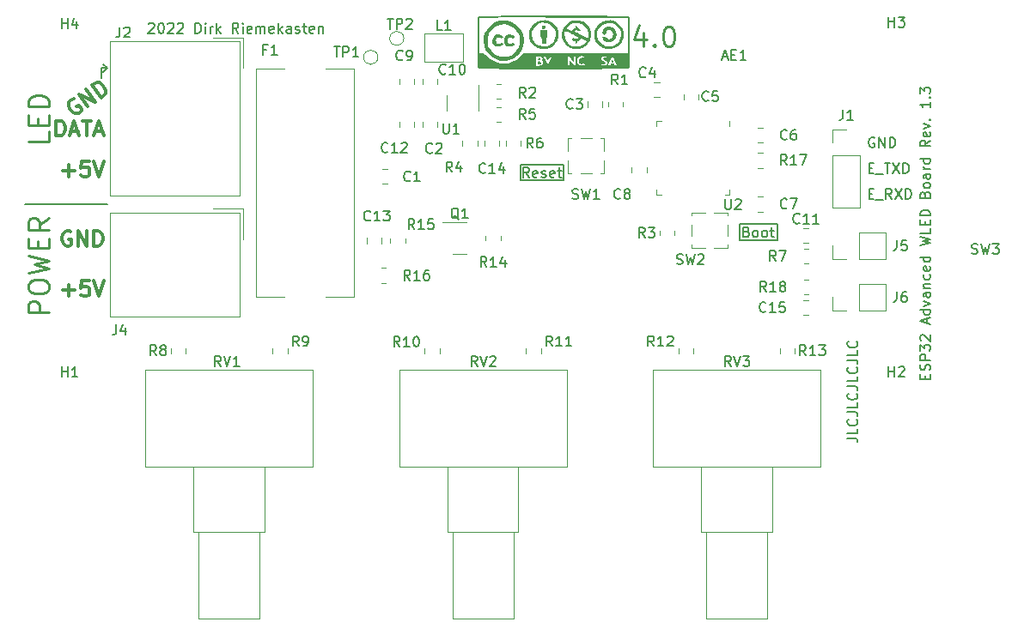
<source format=gto>
G04 #@! TF.GenerationSoftware,KiCad,Pcbnew,(6.0.2)*
G04 #@! TF.CreationDate,2022-02-23T13:26:13+01:00*
G04 #@! TF.ProjectId,esp32-wled-adv-pcb,65737033-322d-4776-9c65-642d6164762d,rev?*
G04 #@! TF.SameCoordinates,Original*
G04 #@! TF.FileFunction,Legend,Top*
G04 #@! TF.FilePolarity,Positive*
%FSLAX46Y46*%
G04 Gerber Fmt 4.6, Leading zero omitted, Abs format (unit mm)*
G04 Created by KiCad (PCBNEW (6.0.2)) date 2022-02-23 13:26:13*
%MOMM*%
%LPD*%
G01*
G04 APERTURE LIST*
%ADD10C,0.150000*%
%ADD11C,0.250000*%
%ADD12C,0.300000*%
%ADD13C,0.120000*%
%ADD14C,0.100000*%
%ADD15C,0.050000*%
G04 APERTURE END LIST*
D10*
X89400000Y-92200000D02*
X89400000Y-93200000D01*
X90017600Y-105613200D02*
X81889600Y-105613200D01*
X130691200Y-101689800D02*
X134991200Y-101689800D01*
X134991200Y-101689800D02*
X134991200Y-103289800D01*
X134991200Y-103289800D02*
X130691200Y-103289800D01*
X130691200Y-103289800D02*
X130691200Y-101689800D01*
X90000000Y-92200000D02*
X89600000Y-91800000D01*
X90000000Y-92200000D02*
X89400000Y-92200000D01*
X152350000Y-107569200D02*
X156000000Y-107569200D01*
X156000000Y-107569200D02*
X156000000Y-109169200D01*
X156000000Y-109169200D02*
X152350000Y-109169200D01*
X152350000Y-109169200D02*
X152350000Y-107569200D01*
X90000000Y-92200000D02*
X89600000Y-92600000D01*
D11*
X84216761Y-98466114D02*
X84216761Y-99418495D01*
X82216761Y-99418495D01*
X83169142Y-97799447D02*
X83169142Y-97132780D01*
X84216761Y-96847066D02*
X84216761Y-97799447D01*
X82216761Y-97799447D01*
X82216761Y-96847066D01*
X84216761Y-95989923D02*
X82216761Y-95989923D01*
X82216761Y-95513733D01*
X82312000Y-95228019D01*
X82502476Y-95037542D01*
X82692952Y-94942304D01*
X83073904Y-94847066D01*
X83359619Y-94847066D01*
X83740571Y-94942304D01*
X83931047Y-95037542D01*
X84121523Y-95228019D01*
X84216761Y-95513733D01*
X84216761Y-95989923D01*
D12*
X86394028Y-108317600D02*
X86251171Y-108246171D01*
X86036885Y-108246171D01*
X85822600Y-108317600D01*
X85679742Y-108460457D01*
X85608314Y-108603314D01*
X85536885Y-108889028D01*
X85536885Y-109103314D01*
X85608314Y-109389028D01*
X85679742Y-109531885D01*
X85822600Y-109674742D01*
X86036885Y-109746171D01*
X86179742Y-109746171D01*
X86394028Y-109674742D01*
X86465457Y-109603314D01*
X86465457Y-109103314D01*
X86179742Y-109103314D01*
X87108314Y-109746171D02*
X87108314Y-108246171D01*
X87965457Y-109746171D01*
X87965457Y-108246171D01*
X88679742Y-109746171D02*
X88679742Y-108246171D01*
X89036885Y-108246171D01*
X89251171Y-108317600D01*
X89394028Y-108460457D01*
X89465457Y-108603314D01*
X89536885Y-108889028D01*
X89536885Y-109103314D01*
X89465457Y-109389028D01*
X89394028Y-109531885D01*
X89251171Y-109674742D01*
X89036885Y-109746171D01*
X88679742Y-109746171D01*
X84947857Y-98878571D02*
X84947857Y-97378571D01*
X85305000Y-97378571D01*
X85519285Y-97450000D01*
X85662142Y-97592857D01*
X85733571Y-97735714D01*
X85805000Y-98021428D01*
X85805000Y-98235714D01*
X85733571Y-98521428D01*
X85662142Y-98664285D01*
X85519285Y-98807142D01*
X85305000Y-98878571D01*
X84947857Y-98878571D01*
X86376428Y-98450000D02*
X87090714Y-98450000D01*
X86233571Y-98878571D02*
X86733571Y-97378571D01*
X87233571Y-98878571D01*
X87519285Y-97378571D02*
X88376428Y-97378571D01*
X87947857Y-98878571D02*
X87947857Y-97378571D01*
X88805000Y-98450000D02*
X89519285Y-98450000D01*
X88662142Y-98878571D02*
X89162142Y-97378571D01*
X89662142Y-98878571D01*
D10*
X170565771Y-122854404D02*
X170565771Y-122521071D01*
X171089580Y-122378214D02*
X171089580Y-122854404D01*
X170089580Y-122854404D01*
X170089580Y-122378214D01*
X171041961Y-121997261D02*
X171089580Y-121854404D01*
X171089580Y-121616309D01*
X171041961Y-121521071D01*
X170994342Y-121473452D01*
X170899104Y-121425833D01*
X170803866Y-121425833D01*
X170708628Y-121473452D01*
X170661009Y-121521071D01*
X170613390Y-121616309D01*
X170565771Y-121806785D01*
X170518152Y-121902023D01*
X170470533Y-121949642D01*
X170375295Y-121997261D01*
X170280057Y-121997261D01*
X170184819Y-121949642D01*
X170137200Y-121902023D01*
X170089580Y-121806785D01*
X170089580Y-121568690D01*
X170137200Y-121425833D01*
X171089580Y-120997261D02*
X170089580Y-120997261D01*
X170089580Y-120616309D01*
X170137200Y-120521071D01*
X170184819Y-120473452D01*
X170280057Y-120425833D01*
X170422914Y-120425833D01*
X170518152Y-120473452D01*
X170565771Y-120521071D01*
X170613390Y-120616309D01*
X170613390Y-120997261D01*
X170089580Y-120092500D02*
X170089580Y-119473452D01*
X170470533Y-119806785D01*
X170470533Y-119663928D01*
X170518152Y-119568690D01*
X170565771Y-119521071D01*
X170661009Y-119473452D01*
X170899104Y-119473452D01*
X170994342Y-119521071D01*
X171041961Y-119568690D01*
X171089580Y-119663928D01*
X171089580Y-119949642D01*
X171041961Y-120044880D01*
X170994342Y-120092500D01*
X170184819Y-119092500D02*
X170137200Y-119044880D01*
X170089580Y-118949642D01*
X170089580Y-118711547D01*
X170137200Y-118616309D01*
X170184819Y-118568690D01*
X170280057Y-118521071D01*
X170375295Y-118521071D01*
X170518152Y-118568690D01*
X171089580Y-119140119D01*
X171089580Y-118521071D01*
X170803866Y-117378214D02*
X170803866Y-116902023D01*
X171089580Y-117473452D02*
X170089580Y-117140119D01*
X171089580Y-116806785D01*
X171089580Y-116044880D02*
X170089580Y-116044880D01*
X171041961Y-116044880D02*
X171089580Y-116140119D01*
X171089580Y-116330595D01*
X171041961Y-116425833D01*
X170994342Y-116473452D01*
X170899104Y-116521071D01*
X170613390Y-116521071D01*
X170518152Y-116473452D01*
X170470533Y-116425833D01*
X170422914Y-116330595D01*
X170422914Y-116140119D01*
X170470533Y-116044880D01*
X170422914Y-115663928D02*
X171089580Y-115425833D01*
X170422914Y-115187738D01*
X171089580Y-114378214D02*
X170565771Y-114378214D01*
X170470533Y-114425833D01*
X170422914Y-114521071D01*
X170422914Y-114711547D01*
X170470533Y-114806785D01*
X171041961Y-114378214D02*
X171089580Y-114473452D01*
X171089580Y-114711547D01*
X171041961Y-114806785D01*
X170946723Y-114854404D01*
X170851485Y-114854404D01*
X170756247Y-114806785D01*
X170708628Y-114711547D01*
X170708628Y-114473452D01*
X170661009Y-114378214D01*
X170422914Y-113902023D02*
X171089580Y-113902023D01*
X170518152Y-113902023D02*
X170470533Y-113854404D01*
X170422914Y-113759166D01*
X170422914Y-113616309D01*
X170470533Y-113521071D01*
X170565771Y-113473452D01*
X171089580Y-113473452D01*
X171041961Y-112568690D02*
X171089580Y-112663928D01*
X171089580Y-112854404D01*
X171041961Y-112949642D01*
X170994342Y-112997261D01*
X170899104Y-113044880D01*
X170613390Y-113044880D01*
X170518152Y-112997261D01*
X170470533Y-112949642D01*
X170422914Y-112854404D01*
X170422914Y-112663928D01*
X170470533Y-112568690D01*
X171041961Y-111759166D02*
X171089580Y-111854404D01*
X171089580Y-112044880D01*
X171041961Y-112140119D01*
X170946723Y-112187738D01*
X170565771Y-112187738D01*
X170470533Y-112140119D01*
X170422914Y-112044880D01*
X170422914Y-111854404D01*
X170470533Y-111759166D01*
X170565771Y-111711547D01*
X170661009Y-111711547D01*
X170756247Y-112187738D01*
X171089580Y-110854404D02*
X170089580Y-110854404D01*
X171041961Y-110854404D02*
X171089580Y-110949642D01*
X171089580Y-111140119D01*
X171041961Y-111235357D01*
X170994342Y-111282976D01*
X170899104Y-111330595D01*
X170613390Y-111330595D01*
X170518152Y-111282976D01*
X170470533Y-111235357D01*
X170422914Y-111140119D01*
X170422914Y-110949642D01*
X170470533Y-110854404D01*
X170089580Y-109711547D02*
X171089580Y-109473452D01*
X170375295Y-109282976D01*
X171089580Y-109092500D01*
X170089580Y-108854404D01*
X171089580Y-107997261D02*
X171089580Y-108473452D01*
X170089580Y-108473452D01*
X170565771Y-107663928D02*
X170565771Y-107330595D01*
X171089580Y-107187738D02*
X171089580Y-107663928D01*
X170089580Y-107663928D01*
X170089580Y-107187738D01*
X171089580Y-106759166D02*
X170089580Y-106759166D01*
X170089580Y-106521071D01*
X170137200Y-106378214D01*
X170232438Y-106282976D01*
X170327676Y-106235357D01*
X170518152Y-106187738D01*
X170661009Y-106187738D01*
X170851485Y-106235357D01*
X170946723Y-106282976D01*
X171041961Y-106378214D01*
X171089580Y-106521071D01*
X171089580Y-106759166D01*
X170565771Y-104663928D02*
X170613390Y-104521071D01*
X170661009Y-104473452D01*
X170756247Y-104425833D01*
X170899104Y-104425833D01*
X170994342Y-104473452D01*
X171041961Y-104521071D01*
X171089580Y-104616309D01*
X171089580Y-104997261D01*
X170089580Y-104997261D01*
X170089580Y-104663928D01*
X170137200Y-104568690D01*
X170184819Y-104521071D01*
X170280057Y-104473452D01*
X170375295Y-104473452D01*
X170470533Y-104521071D01*
X170518152Y-104568690D01*
X170565771Y-104663928D01*
X170565771Y-104997261D01*
X171089580Y-103854404D02*
X171041961Y-103949642D01*
X170994342Y-103997261D01*
X170899104Y-104044880D01*
X170613390Y-104044880D01*
X170518152Y-103997261D01*
X170470533Y-103949642D01*
X170422914Y-103854404D01*
X170422914Y-103711547D01*
X170470533Y-103616309D01*
X170518152Y-103568690D01*
X170613390Y-103521071D01*
X170899104Y-103521071D01*
X170994342Y-103568690D01*
X171041961Y-103616309D01*
X171089580Y-103711547D01*
X171089580Y-103854404D01*
X171089580Y-102663928D02*
X170565771Y-102663928D01*
X170470533Y-102711547D01*
X170422914Y-102806785D01*
X170422914Y-102997261D01*
X170470533Y-103092500D01*
X171041961Y-102663928D02*
X171089580Y-102759166D01*
X171089580Y-102997261D01*
X171041961Y-103092500D01*
X170946723Y-103140119D01*
X170851485Y-103140119D01*
X170756247Y-103092500D01*
X170708628Y-102997261D01*
X170708628Y-102759166D01*
X170661009Y-102663928D01*
X171089580Y-102187738D02*
X170422914Y-102187738D01*
X170613390Y-102187738D02*
X170518152Y-102140119D01*
X170470533Y-102092500D01*
X170422914Y-101997261D01*
X170422914Y-101902023D01*
X171089580Y-101140119D02*
X170089580Y-101140119D01*
X171041961Y-101140119D02*
X171089580Y-101235357D01*
X171089580Y-101425833D01*
X171041961Y-101521071D01*
X170994342Y-101568690D01*
X170899104Y-101616309D01*
X170613390Y-101616309D01*
X170518152Y-101568690D01*
X170470533Y-101521071D01*
X170422914Y-101425833D01*
X170422914Y-101235357D01*
X170470533Y-101140119D01*
X171089580Y-99330595D02*
X170613390Y-99663928D01*
X171089580Y-99902023D02*
X170089580Y-99902023D01*
X170089580Y-99521071D01*
X170137200Y-99425833D01*
X170184819Y-99378214D01*
X170280057Y-99330595D01*
X170422914Y-99330595D01*
X170518152Y-99378214D01*
X170565771Y-99425833D01*
X170613390Y-99521071D01*
X170613390Y-99902023D01*
X171041961Y-98521071D02*
X171089580Y-98616309D01*
X171089580Y-98806785D01*
X171041961Y-98902023D01*
X170946723Y-98949642D01*
X170565771Y-98949642D01*
X170470533Y-98902023D01*
X170422914Y-98806785D01*
X170422914Y-98616309D01*
X170470533Y-98521071D01*
X170565771Y-98473452D01*
X170661009Y-98473452D01*
X170756247Y-98949642D01*
X170422914Y-98140119D02*
X171089580Y-97902023D01*
X170422914Y-97663928D01*
X170994342Y-97282976D02*
X171041961Y-97235357D01*
X171089580Y-97282976D01*
X171041961Y-97330595D01*
X170994342Y-97282976D01*
X171089580Y-97282976D01*
X171089580Y-95521071D02*
X171089580Y-96092500D01*
X171089580Y-95806785D02*
X170089580Y-95806785D01*
X170232438Y-95902023D01*
X170327676Y-95997261D01*
X170375295Y-96092500D01*
X170994342Y-95092500D02*
X171041961Y-95044880D01*
X171089580Y-95092500D01*
X171041961Y-95140119D01*
X170994342Y-95092500D01*
X171089580Y-95092500D01*
X170089580Y-94711547D02*
X170089580Y-94092500D01*
X170470533Y-94425833D01*
X170470533Y-94282976D01*
X170518152Y-94187738D01*
X170565771Y-94140119D01*
X170661009Y-94092500D01*
X170899104Y-94092500D01*
X170994342Y-94140119D01*
X171041961Y-94187738D01*
X171089580Y-94282976D01*
X171089580Y-94568690D01*
X171041961Y-94663928D01*
X170994342Y-94711547D01*
X162926780Y-128723447D02*
X163641066Y-128723447D01*
X163783923Y-128771066D01*
X163879161Y-128866304D01*
X163926780Y-129009161D01*
X163926780Y-129104400D01*
X163926780Y-127771066D02*
X163926780Y-128247257D01*
X162926780Y-128247257D01*
X163831542Y-126866304D02*
X163879161Y-126913923D01*
X163926780Y-127056780D01*
X163926780Y-127152019D01*
X163879161Y-127294876D01*
X163783923Y-127390114D01*
X163688685Y-127437733D01*
X163498209Y-127485352D01*
X163355352Y-127485352D01*
X163164876Y-127437733D01*
X163069638Y-127390114D01*
X162974400Y-127294876D01*
X162926780Y-127152019D01*
X162926780Y-127056780D01*
X162974400Y-126913923D01*
X163022019Y-126866304D01*
X162926780Y-126152019D02*
X163641066Y-126152019D01*
X163783923Y-126199638D01*
X163879161Y-126294876D01*
X163926780Y-126437733D01*
X163926780Y-126532971D01*
X163926780Y-125199638D02*
X163926780Y-125675828D01*
X162926780Y-125675828D01*
X163831542Y-124294876D02*
X163879161Y-124342495D01*
X163926780Y-124485352D01*
X163926780Y-124580590D01*
X163879161Y-124723447D01*
X163783923Y-124818685D01*
X163688685Y-124866304D01*
X163498209Y-124913923D01*
X163355352Y-124913923D01*
X163164876Y-124866304D01*
X163069638Y-124818685D01*
X162974400Y-124723447D01*
X162926780Y-124580590D01*
X162926780Y-124485352D01*
X162974400Y-124342495D01*
X163022019Y-124294876D01*
X162926780Y-123580590D02*
X163641066Y-123580590D01*
X163783923Y-123628209D01*
X163879161Y-123723447D01*
X163926780Y-123866304D01*
X163926780Y-123961542D01*
X163926780Y-122628209D02*
X163926780Y-123104400D01*
X162926780Y-123104400D01*
X163831542Y-121723447D02*
X163879161Y-121771066D01*
X163926780Y-121913923D01*
X163926780Y-122009161D01*
X163879161Y-122152019D01*
X163783923Y-122247257D01*
X163688685Y-122294876D01*
X163498209Y-122342495D01*
X163355352Y-122342495D01*
X163164876Y-122294876D01*
X163069638Y-122247257D01*
X162974400Y-122152019D01*
X162926780Y-122009161D01*
X162926780Y-121913923D01*
X162974400Y-121771066D01*
X163022019Y-121723447D01*
X162926780Y-121009161D02*
X163641066Y-121009161D01*
X163783923Y-121056780D01*
X163879161Y-121152019D01*
X163926780Y-121294876D01*
X163926780Y-121390114D01*
X163926780Y-120056780D02*
X163926780Y-120532971D01*
X162926780Y-120532971D01*
X163831542Y-119152019D02*
X163879161Y-119199638D01*
X163926780Y-119342495D01*
X163926780Y-119437733D01*
X163879161Y-119580590D01*
X163783923Y-119675828D01*
X163688685Y-119723447D01*
X163498209Y-119771066D01*
X163355352Y-119771066D01*
X163164876Y-119723447D01*
X163069638Y-119675828D01*
X162974400Y-119580590D01*
X162926780Y-119437733D01*
X162926780Y-119342495D01*
X162974400Y-119199638D01*
X163022019Y-119152019D01*
D11*
X142843380Y-88725428D02*
X142843380Y-90058761D01*
X142367190Y-87963523D02*
X141891000Y-89392095D01*
X143129095Y-89392095D01*
X143891000Y-89868285D02*
X143986238Y-89963523D01*
X143891000Y-90058761D01*
X143795761Y-89963523D01*
X143891000Y-89868285D01*
X143891000Y-90058761D01*
X145224333Y-88058761D02*
X145414809Y-88058761D01*
X145605285Y-88154000D01*
X145700523Y-88249238D01*
X145795761Y-88439714D01*
X145891000Y-88820666D01*
X145891000Y-89296857D01*
X145795761Y-89677809D01*
X145700523Y-89868285D01*
X145605285Y-89963523D01*
X145414809Y-90058761D01*
X145224333Y-90058761D01*
X145033857Y-89963523D01*
X144938619Y-89868285D01*
X144843380Y-89677809D01*
X144748142Y-89296857D01*
X144748142Y-88820666D01*
X144843380Y-88439714D01*
X144938619Y-88249238D01*
X145033857Y-88154000D01*
X145224333Y-88058761D01*
D10*
X152980952Y-108347771D02*
X153123809Y-108395390D01*
X153171428Y-108443009D01*
X153219047Y-108538247D01*
X153219047Y-108681104D01*
X153171428Y-108776342D01*
X153123809Y-108823961D01*
X153028571Y-108871580D01*
X152647619Y-108871580D01*
X152647619Y-107871580D01*
X152980952Y-107871580D01*
X153076190Y-107919200D01*
X153123809Y-107966819D01*
X153171428Y-108062057D01*
X153171428Y-108157295D01*
X153123809Y-108252533D01*
X153076190Y-108300152D01*
X152980952Y-108347771D01*
X152647619Y-108347771D01*
X153790476Y-108871580D02*
X153695238Y-108823961D01*
X153647619Y-108776342D01*
X153600000Y-108681104D01*
X153600000Y-108395390D01*
X153647619Y-108300152D01*
X153695238Y-108252533D01*
X153790476Y-108204914D01*
X153933333Y-108204914D01*
X154028571Y-108252533D01*
X154076190Y-108300152D01*
X154123809Y-108395390D01*
X154123809Y-108681104D01*
X154076190Y-108776342D01*
X154028571Y-108823961D01*
X153933333Y-108871580D01*
X153790476Y-108871580D01*
X154695238Y-108871580D02*
X154600000Y-108823961D01*
X154552380Y-108776342D01*
X154504761Y-108681104D01*
X154504761Y-108395390D01*
X154552380Y-108300152D01*
X154600000Y-108252533D01*
X154695238Y-108204914D01*
X154838095Y-108204914D01*
X154933333Y-108252533D01*
X154980952Y-108300152D01*
X155028571Y-108395390D01*
X155028571Y-108681104D01*
X154980952Y-108776342D01*
X154933333Y-108823961D01*
X154838095Y-108871580D01*
X154695238Y-108871580D01*
X155314285Y-108204914D02*
X155695238Y-108204914D01*
X155457142Y-107871580D02*
X155457142Y-108728723D01*
X155504761Y-108823961D01*
X155600000Y-108871580D01*
X155695238Y-108871580D01*
X131553104Y-102992180D02*
X131219771Y-102515990D01*
X130981676Y-102992180D02*
X130981676Y-101992180D01*
X131362628Y-101992180D01*
X131457866Y-102039800D01*
X131505485Y-102087419D01*
X131553104Y-102182657D01*
X131553104Y-102325514D01*
X131505485Y-102420752D01*
X131457866Y-102468371D01*
X131362628Y-102515990D01*
X130981676Y-102515990D01*
X132362628Y-102944561D02*
X132267390Y-102992180D01*
X132076914Y-102992180D01*
X131981676Y-102944561D01*
X131934057Y-102849323D01*
X131934057Y-102468371D01*
X131981676Y-102373133D01*
X132076914Y-102325514D01*
X132267390Y-102325514D01*
X132362628Y-102373133D01*
X132410247Y-102468371D01*
X132410247Y-102563609D01*
X131934057Y-102658847D01*
X132791200Y-102944561D02*
X132886438Y-102992180D01*
X133076914Y-102992180D01*
X133172152Y-102944561D01*
X133219771Y-102849323D01*
X133219771Y-102801704D01*
X133172152Y-102706466D01*
X133076914Y-102658847D01*
X132934057Y-102658847D01*
X132838819Y-102611228D01*
X132791200Y-102515990D01*
X132791200Y-102468371D01*
X132838819Y-102373133D01*
X132934057Y-102325514D01*
X133076914Y-102325514D01*
X133172152Y-102373133D01*
X134029295Y-102944561D02*
X133934057Y-102992180D01*
X133743580Y-102992180D01*
X133648342Y-102944561D01*
X133600723Y-102849323D01*
X133600723Y-102468371D01*
X133648342Y-102373133D01*
X133743580Y-102325514D01*
X133934057Y-102325514D01*
X134029295Y-102373133D01*
X134076914Y-102468371D01*
X134076914Y-102563609D01*
X133600723Y-102658847D01*
X134362628Y-102325514D02*
X134743580Y-102325514D01*
X134505485Y-101992180D02*
X134505485Y-102849323D01*
X134553104Y-102944561D01*
X134648342Y-102992180D01*
X134743580Y-102992180D01*
D12*
X85608314Y-114127742D02*
X86751171Y-114127742D01*
X86179742Y-114699171D02*
X86179742Y-113556314D01*
X88179742Y-113199171D02*
X87465457Y-113199171D01*
X87394028Y-113913457D01*
X87465457Y-113842028D01*
X87608314Y-113770600D01*
X87965457Y-113770600D01*
X88108314Y-113842028D01*
X88179742Y-113913457D01*
X88251171Y-114056314D01*
X88251171Y-114413457D01*
X88179742Y-114556314D01*
X88108314Y-114627742D01*
X87965457Y-114699171D01*
X87608314Y-114699171D01*
X87465457Y-114627742D01*
X87394028Y-114556314D01*
X88679742Y-113199171D02*
X89179742Y-114699171D01*
X89679742Y-113199171D01*
D10*
X175192376Y-110488361D02*
X175335233Y-110535980D01*
X175573328Y-110535980D01*
X175668566Y-110488361D01*
X175716185Y-110440742D01*
X175763804Y-110345504D01*
X175763804Y-110250266D01*
X175716185Y-110155028D01*
X175668566Y-110107409D01*
X175573328Y-110059790D01*
X175382852Y-110012171D01*
X175287614Y-109964552D01*
X175239995Y-109916933D01*
X175192376Y-109821695D01*
X175192376Y-109726457D01*
X175239995Y-109631219D01*
X175287614Y-109583600D01*
X175382852Y-109535980D01*
X175620947Y-109535980D01*
X175763804Y-109583600D01*
X176097138Y-109535980D02*
X176335233Y-110535980D01*
X176525709Y-109821695D01*
X176716185Y-110535980D01*
X176954280Y-109535980D01*
X177239995Y-109535980D02*
X177859042Y-109535980D01*
X177525709Y-109916933D01*
X177668566Y-109916933D01*
X177763804Y-109964552D01*
X177811423Y-110012171D01*
X177859042Y-110107409D01*
X177859042Y-110345504D01*
X177811423Y-110440742D01*
X177763804Y-110488361D01*
X177668566Y-110535980D01*
X177382852Y-110535980D01*
X177287614Y-110488361D01*
X177239995Y-110440742D01*
X165578404Y-99068000D02*
X165483166Y-99020380D01*
X165340309Y-99020380D01*
X165197452Y-99068000D01*
X165102214Y-99163238D01*
X165054595Y-99258476D01*
X165006976Y-99448952D01*
X165006976Y-99591809D01*
X165054595Y-99782285D01*
X165102214Y-99877523D01*
X165197452Y-99972761D01*
X165340309Y-100020380D01*
X165435547Y-100020380D01*
X165578404Y-99972761D01*
X165626023Y-99925142D01*
X165626023Y-99591809D01*
X165435547Y-99591809D01*
X166054595Y-100020380D02*
X166054595Y-99020380D01*
X166626023Y-100020380D01*
X166626023Y-99020380D01*
X167102214Y-100020380D02*
X167102214Y-99020380D01*
X167340309Y-99020380D01*
X167483166Y-99068000D01*
X167578404Y-99163238D01*
X167626023Y-99258476D01*
X167673642Y-99448952D01*
X167673642Y-99591809D01*
X167626023Y-99782285D01*
X167578404Y-99877523D01*
X167483166Y-99972761D01*
X167340309Y-100020380D01*
X167102214Y-100020380D01*
D11*
X84216761Y-116328247D02*
X82216761Y-116328247D01*
X82216761Y-115566342D01*
X82312000Y-115375866D01*
X82407238Y-115280628D01*
X82597714Y-115185390D01*
X82883428Y-115185390D01*
X83073904Y-115280628D01*
X83169142Y-115375866D01*
X83264380Y-115566342D01*
X83264380Y-116328247D01*
X82216761Y-113947295D02*
X82216761Y-113566342D01*
X82312000Y-113375866D01*
X82502476Y-113185390D01*
X82883428Y-113090152D01*
X83550095Y-113090152D01*
X83931047Y-113185390D01*
X84121523Y-113375866D01*
X84216761Y-113566342D01*
X84216761Y-113947295D01*
X84121523Y-114137771D01*
X83931047Y-114328247D01*
X83550095Y-114423485D01*
X82883428Y-114423485D01*
X82502476Y-114328247D01*
X82312000Y-114137771D01*
X82216761Y-113947295D01*
X82216761Y-112423485D02*
X84216761Y-111947295D01*
X82788190Y-111566342D01*
X84216761Y-111185390D01*
X82216761Y-110709200D01*
X83169142Y-109947295D02*
X83169142Y-109280628D01*
X84216761Y-108994914D02*
X84216761Y-109947295D01*
X82216761Y-109947295D01*
X82216761Y-108994914D01*
X84216761Y-106994914D02*
X83264380Y-107661580D01*
X84216761Y-108137771D02*
X82216761Y-108137771D01*
X82216761Y-107375866D01*
X82312000Y-107185390D01*
X82407238Y-107090152D01*
X82597714Y-106994914D01*
X82883428Y-106994914D01*
X83073904Y-107090152D01*
X83169142Y-107185390D01*
X83264380Y-107375866D01*
X83264380Y-108137771D01*
D10*
X165054595Y-104576571D02*
X165387928Y-104576571D01*
X165530785Y-105100380D02*
X165054595Y-105100380D01*
X165054595Y-104100380D01*
X165530785Y-104100380D01*
X165721261Y-105195619D02*
X166483166Y-105195619D01*
X167292690Y-105100380D02*
X166959357Y-104624190D01*
X166721261Y-105100380D02*
X166721261Y-104100380D01*
X167102214Y-104100380D01*
X167197452Y-104148000D01*
X167245071Y-104195619D01*
X167292690Y-104290857D01*
X167292690Y-104433714D01*
X167245071Y-104528952D01*
X167197452Y-104576571D01*
X167102214Y-104624190D01*
X166721261Y-104624190D01*
X167626023Y-104100380D02*
X168292690Y-105100380D01*
X168292690Y-104100380D02*
X167626023Y-105100380D01*
X168673642Y-105100380D02*
X168673642Y-104100380D01*
X168911738Y-104100380D01*
X169054595Y-104148000D01*
X169149833Y-104243238D01*
X169197452Y-104338476D01*
X169245071Y-104528952D01*
X169245071Y-104671809D01*
X169197452Y-104862285D01*
X169149833Y-104957523D01*
X169054595Y-105052761D01*
X168911738Y-105100380D01*
X168673642Y-105100380D01*
X94047752Y-87838019D02*
X94095371Y-87790400D01*
X94190609Y-87742780D01*
X94428704Y-87742780D01*
X94523942Y-87790400D01*
X94571561Y-87838019D01*
X94619180Y-87933257D01*
X94619180Y-88028495D01*
X94571561Y-88171352D01*
X94000133Y-88742780D01*
X94619180Y-88742780D01*
X95238228Y-87742780D02*
X95333466Y-87742780D01*
X95428704Y-87790400D01*
X95476323Y-87838019D01*
X95523942Y-87933257D01*
X95571561Y-88123733D01*
X95571561Y-88361828D01*
X95523942Y-88552304D01*
X95476323Y-88647542D01*
X95428704Y-88695161D01*
X95333466Y-88742780D01*
X95238228Y-88742780D01*
X95142990Y-88695161D01*
X95095371Y-88647542D01*
X95047752Y-88552304D01*
X95000133Y-88361828D01*
X95000133Y-88123733D01*
X95047752Y-87933257D01*
X95095371Y-87838019D01*
X95142990Y-87790400D01*
X95238228Y-87742780D01*
X95952514Y-87838019D02*
X96000133Y-87790400D01*
X96095371Y-87742780D01*
X96333466Y-87742780D01*
X96428704Y-87790400D01*
X96476323Y-87838019D01*
X96523942Y-87933257D01*
X96523942Y-88028495D01*
X96476323Y-88171352D01*
X95904895Y-88742780D01*
X96523942Y-88742780D01*
X96904895Y-87838019D02*
X96952514Y-87790400D01*
X97047752Y-87742780D01*
X97285847Y-87742780D01*
X97381085Y-87790400D01*
X97428704Y-87838019D01*
X97476323Y-87933257D01*
X97476323Y-88028495D01*
X97428704Y-88171352D01*
X96857276Y-88742780D01*
X97476323Y-88742780D01*
X98666800Y-88742780D02*
X98666800Y-87742780D01*
X98904895Y-87742780D01*
X99047752Y-87790400D01*
X99142990Y-87885638D01*
X99190609Y-87980876D01*
X99238228Y-88171352D01*
X99238228Y-88314209D01*
X99190609Y-88504685D01*
X99142990Y-88599923D01*
X99047752Y-88695161D01*
X98904895Y-88742780D01*
X98666800Y-88742780D01*
X99666800Y-88742780D02*
X99666800Y-88076114D01*
X99666800Y-87742780D02*
X99619180Y-87790400D01*
X99666800Y-87838019D01*
X99714419Y-87790400D01*
X99666800Y-87742780D01*
X99666800Y-87838019D01*
X100142990Y-88742780D02*
X100142990Y-88076114D01*
X100142990Y-88266590D02*
X100190609Y-88171352D01*
X100238228Y-88123733D01*
X100333466Y-88076114D01*
X100428704Y-88076114D01*
X100762038Y-88742780D02*
X100762038Y-87742780D01*
X100857276Y-88361828D02*
X101142990Y-88742780D01*
X101142990Y-88076114D02*
X100762038Y-88457066D01*
X102904895Y-88742780D02*
X102571561Y-88266590D01*
X102333466Y-88742780D02*
X102333466Y-87742780D01*
X102714419Y-87742780D01*
X102809657Y-87790400D01*
X102857276Y-87838019D01*
X102904895Y-87933257D01*
X102904895Y-88076114D01*
X102857276Y-88171352D01*
X102809657Y-88218971D01*
X102714419Y-88266590D01*
X102333466Y-88266590D01*
X103333466Y-88742780D02*
X103333466Y-88076114D01*
X103333466Y-87742780D02*
X103285847Y-87790400D01*
X103333466Y-87838019D01*
X103381085Y-87790400D01*
X103333466Y-87742780D01*
X103333466Y-87838019D01*
X104190609Y-88695161D02*
X104095371Y-88742780D01*
X103904895Y-88742780D01*
X103809657Y-88695161D01*
X103762038Y-88599923D01*
X103762038Y-88218971D01*
X103809657Y-88123733D01*
X103904895Y-88076114D01*
X104095371Y-88076114D01*
X104190609Y-88123733D01*
X104238228Y-88218971D01*
X104238228Y-88314209D01*
X103762038Y-88409447D01*
X104666800Y-88742780D02*
X104666800Y-88076114D01*
X104666800Y-88171352D02*
X104714419Y-88123733D01*
X104809657Y-88076114D01*
X104952514Y-88076114D01*
X105047752Y-88123733D01*
X105095371Y-88218971D01*
X105095371Y-88742780D01*
X105095371Y-88218971D02*
X105142990Y-88123733D01*
X105238228Y-88076114D01*
X105381085Y-88076114D01*
X105476323Y-88123733D01*
X105523942Y-88218971D01*
X105523942Y-88742780D01*
X106381085Y-88695161D02*
X106285847Y-88742780D01*
X106095371Y-88742780D01*
X106000133Y-88695161D01*
X105952514Y-88599923D01*
X105952514Y-88218971D01*
X106000133Y-88123733D01*
X106095371Y-88076114D01*
X106285847Y-88076114D01*
X106381085Y-88123733D01*
X106428704Y-88218971D01*
X106428704Y-88314209D01*
X105952514Y-88409447D01*
X106857276Y-88742780D02*
X106857276Y-87742780D01*
X106952514Y-88361828D02*
X107238228Y-88742780D01*
X107238228Y-88076114D02*
X106857276Y-88457066D01*
X108095371Y-88742780D02*
X108095371Y-88218971D01*
X108047752Y-88123733D01*
X107952514Y-88076114D01*
X107762038Y-88076114D01*
X107666800Y-88123733D01*
X108095371Y-88695161D02*
X108000133Y-88742780D01*
X107762038Y-88742780D01*
X107666800Y-88695161D01*
X107619180Y-88599923D01*
X107619180Y-88504685D01*
X107666800Y-88409447D01*
X107762038Y-88361828D01*
X108000133Y-88361828D01*
X108095371Y-88314209D01*
X108523942Y-88695161D02*
X108619180Y-88742780D01*
X108809657Y-88742780D01*
X108904895Y-88695161D01*
X108952514Y-88599923D01*
X108952514Y-88552304D01*
X108904895Y-88457066D01*
X108809657Y-88409447D01*
X108666800Y-88409447D01*
X108571561Y-88361828D01*
X108523942Y-88266590D01*
X108523942Y-88218971D01*
X108571561Y-88123733D01*
X108666800Y-88076114D01*
X108809657Y-88076114D01*
X108904895Y-88123733D01*
X109238228Y-88076114D02*
X109619180Y-88076114D01*
X109381085Y-87742780D02*
X109381085Y-88599923D01*
X109428704Y-88695161D01*
X109523942Y-88742780D01*
X109619180Y-88742780D01*
X110333466Y-88695161D02*
X110238228Y-88742780D01*
X110047752Y-88742780D01*
X109952514Y-88695161D01*
X109904895Y-88599923D01*
X109904895Y-88218971D01*
X109952514Y-88123733D01*
X110047752Y-88076114D01*
X110238228Y-88076114D01*
X110333466Y-88123733D01*
X110381085Y-88218971D01*
X110381085Y-88314209D01*
X109904895Y-88409447D01*
X110809657Y-88076114D02*
X110809657Y-88742780D01*
X110809657Y-88171352D02*
X110857276Y-88123733D01*
X110952514Y-88076114D01*
X111095371Y-88076114D01*
X111190609Y-88123733D01*
X111238228Y-88218971D01*
X111238228Y-88742780D01*
D12*
X85608314Y-102307142D02*
X86751171Y-102307142D01*
X86179742Y-102878571D02*
X86179742Y-101735714D01*
X88179742Y-101378571D02*
X87465457Y-101378571D01*
X87394028Y-102092857D01*
X87465457Y-102021428D01*
X87608314Y-101950000D01*
X87965457Y-101950000D01*
X88108314Y-102021428D01*
X88179742Y-102092857D01*
X88251171Y-102235714D01*
X88251171Y-102592857D01*
X88179742Y-102735714D01*
X88108314Y-102807142D01*
X87965457Y-102878571D01*
X87608314Y-102878571D01*
X87465457Y-102807142D01*
X87394028Y-102735714D01*
X88679742Y-101378571D02*
X89179742Y-102878571D01*
X89679742Y-101378571D01*
D10*
X165054595Y-102036571D02*
X165387928Y-102036571D01*
X165530785Y-102560380D02*
X165054595Y-102560380D01*
X165054595Y-101560380D01*
X165530785Y-101560380D01*
X165721261Y-102655619D02*
X166483166Y-102655619D01*
X166578404Y-101560380D02*
X167149833Y-101560380D01*
X166864119Y-102560380D02*
X166864119Y-101560380D01*
X167387928Y-101560380D02*
X168054595Y-102560380D01*
X168054595Y-101560380D02*
X167387928Y-102560380D01*
X168435547Y-102560380D02*
X168435547Y-101560380D01*
X168673642Y-101560380D01*
X168816500Y-101608000D01*
X168911738Y-101703238D01*
X168959357Y-101798476D01*
X169006976Y-101988952D01*
X169006976Y-102131809D01*
X168959357Y-102322285D01*
X168911738Y-102417523D01*
X168816500Y-102512761D01*
X168673642Y-102560380D01*
X168435547Y-102560380D01*
D12*
X86669961Y-95240831D02*
X86511970Y-95264259D01*
X86336437Y-95387169D01*
X86201874Y-95568589D01*
X86166792Y-95767550D01*
X86190221Y-95925541D01*
X86295589Y-96200554D01*
X86418498Y-96376087D01*
X86640888Y-96569161D01*
X86781338Y-96645213D01*
X86980300Y-96680295D01*
X87196802Y-96615897D01*
X87313824Y-96533957D01*
X87448386Y-96352537D01*
X87465928Y-96253056D01*
X87179139Y-95843480D01*
X86945096Y-96007359D01*
X88074465Y-96001350D02*
X87214100Y-94772622D01*
X88776595Y-95509713D01*
X87916230Y-94280985D01*
X89361704Y-95100016D02*
X88501339Y-93871288D01*
X88793893Y-93666439D01*
X89010396Y-93602041D01*
X89209357Y-93637123D01*
X89349807Y-93713175D01*
X89572197Y-93906249D01*
X89695106Y-94081781D01*
X89800474Y-94356795D01*
X89823903Y-94514786D01*
X89788821Y-94713747D01*
X89654258Y-94895167D01*
X89361704Y-95100016D01*
D10*
G04 #@! TO.C,J6*
X167804109Y-114260380D02*
X167804109Y-114974666D01*
X167756490Y-115117523D01*
X167661252Y-115212761D01*
X167518395Y-115260380D01*
X167423157Y-115260380D01*
X168708871Y-114260380D02*
X168518395Y-114260380D01*
X168423157Y-114308000D01*
X168375538Y-114355619D01*
X168280300Y-114498476D01*
X168232680Y-114688952D01*
X168232680Y-115069904D01*
X168280300Y-115165142D01*
X168327919Y-115212761D01*
X168423157Y-115260380D01*
X168613633Y-115260380D01*
X168708871Y-115212761D01*
X168756490Y-115165142D01*
X168804109Y-115069904D01*
X168804109Y-114831809D01*
X168756490Y-114736571D01*
X168708871Y-114688952D01*
X168613633Y-114641333D01*
X168423157Y-114641333D01*
X168327919Y-114688952D01*
X168280300Y-114736571D01*
X168232680Y-114831809D01*
G04 #@! TO.C,H4*
X85496495Y-88285580D02*
X85496495Y-87285580D01*
X85496495Y-87761771D02*
X86067923Y-87761771D01*
X86067923Y-88285580D02*
X86067923Y-87285580D01*
X86972685Y-87618914D02*
X86972685Y-88285580D01*
X86734590Y-87237961D02*
X86496495Y-87952247D01*
X87115542Y-87952247D01*
G04 #@! TO.C,J2*
X91208266Y-88149180D02*
X91208266Y-88863466D01*
X91160647Y-89006323D01*
X91065409Y-89101561D01*
X90922552Y-89149180D01*
X90827314Y-89149180D01*
X91636838Y-88244419D02*
X91684457Y-88196800D01*
X91779695Y-88149180D01*
X92017790Y-88149180D01*
X92113028Y-88196800D01*
X92160647Y-88244419D01*
X92208266Y-88339657D01*
X92208266Y-88434895D01*
X92160647Y-88577752D01*
X91589219Y-89149180D01*
X92208266Y-89149180D01*
G04 #@! TO.C,R13*
X158833423Y-120543580D02*
X158500090Y-120067390D01*
X158261995Y-120543580D02*
X158261995Y-119543580D01*
X158642947Y-119543580D01*
X158738185Y-119591200D01*
X158785804Y-119638819D01*
X158833423Y-119734057D01*
X158833423Y-119876914D01*
X158785804Y-119972152D01*
X158738185Y-120019771D01*
X158642947Y-120067390D01*
X158261995Y-120067390D01*
X159785804Y-120543580D02*
X159214376Y-120543580D01*
X159500090Y-120543580D02*
X159500090Y-119543580D01*
X159404852Y-119686438D01*
X159309614Y-119781676D01*
X159214376Y-119829295D01*
X160119138Y-119543580D02*
X160738185Y-119543580D01*
X160404852Y-119924533D01*
X160547709Y-119924533D01*
X160642947Y-119972152D01*
X160690566Y-120019771D01*
X160738185Y-120115009D01*
X160738185Y-120353104D01*
X160690566Y-120448342D01*
X160642947Y-120495961D01*
X160547709Y-120543580D01*
X160261995Y-120543580D01*
X160166757Y-120495961D01*
X160119138Y-120448342D01*
G04 #@! TO.C,H3*
X166988095Y-88152380D02*
X166988095Y-87152380D01*
X166988095Y-87628571D02*
X167559523Y-87628571D01*
X167559523Y-88152380D02*
X167559523Y-87152380D01*
X167940476Y-87152380D02*
X168559523Y-87152380D01*
X168226190Y-87533333D01*
X168369047Y-87533333D01*
X168464285Y-87580952D01*
X168511904Y-87628571D01*
X168559523Y-87723809D01*
X168559523Y-87961904D01*
X168511904Y-88057142D01*
X168464285Y-88104761D01*
X168369047Y-88152380D01*
X168083333Y-88152380D01*
X167988095Y-88104761D01*
X167940476Y-88057142D01*
G04 #@! TO.C,C3*
X135850333Y-96115142D02*
X135802714Y-96162761D01*
X135659857Y-96210380D01*
X135564619Y-96210380D01*
X135421761Y-96162761D01*
X135326523Y-96067523D01*
X135278904Y-95972285D01*
X135231285Y-95781809D01*
X135231285Y-95638952D01*
X135278904Y-95448476D01*
X135326523Y-95353238D01*
X135421761Y-95258000D01*
X135564619Y-95210380D01*
X135659857Y-95210380D01*
X135802714Y-95258000D01*
X135850333Y-95305619D01*
X136183666Y-95210380D02*
X136802714Y-95210380D01*
X136469380Y-95591333D01*
X136612238Y-95591333D01*
X136707476Y-95638952D01*
X136755095Y-95686571D01*
X136802714Y-95781809D01*
X136802714Y-96019904D01*
X136755095Y-96115142D01*
X136707476Y-96162761D01*
X136612238Y-96210380D01*
X136326523Y-96210380D01*
X136231285Y-96162761D01*
X136183666Y-96115142D01*
G04 #@! TO.C,R12*
X143857261Y-119629180D02*
X143523928Y-119152990D01*
X143285833Y-119629180D02*
X143285833Y-118629180D01*
X143666785Y-118629180D01*
X143762023Y-118676800D01*
X143809642Y-118724419D01*
X143857261Y-118819657D01*
X143857261Y-118962514D01*
X143809642Y-119057752D01*
X143762023Y-119105371D01*
X143666785Y-119152990D01*
X143285833Y-119152990D01*
X144809642Y-119629180D02*
X144238214Y-119629180D01*
X144523928Y-119629180D02*
X144523928Y-118629180D01*
X144428690Y-118772038D01*
X144333452Y-118867276D01*
X144238214Y-118914895D01*
X145190595Y-118724419D02*
X145238214Y-118676800D01*
X145333452Y-118629180D01*
X145571547Y-118629180D01*
X145666785Y-118676800D01*
X145714404Y-118724419D01*
X145762023Y-118819657D01*
X145762023Y-118914895D01*
X145714404Y-119057752D01*
X145142976Y-119629180D01*
X145762023Y-119629180D01*
G04 #@! TO.C,R14*
X127373142Y-111805980D02*
X127039809Y-111329790D01*
X126801714Y-111805980D02*
X126801714Y-110805980D01*
X127182666Y-110805980D01*
X127277904Y-110853600D01*
X127325523Y-110901219D01*
X127373142Y-110996457D01*
X127373142Y-111139314D01*
X127325523Y-111234552D01*
X127277904Y-111282171D01*
X127182666Y-111329790D01*
X126801714Y-111329790D01*
X128325523Y-111805980D02*
X127754095Y-111805980D01*
X128039809Y-111805980D02*
X128039809Y-110805980D01*
X127944571Y-110948838D01*
X127849333Y-111044076D01*
X127754095Y-111091695D01*
X129182666Y-111139314D02*
X129182666Y-111805980D01*
X128944571Y-110758361D02*
X128706476Y-111472647D01*
X129325523Y-111472647D01*
G04 #@! TO.C,C1*
X119848333Y-103283142D02*
X119800714Y-103330761D01*
X119657857Y-103378380D01*
X119562619Y-103378380D01*
X119419761Y-103330761D01*
X119324523Y-103235523D01*
X119276904Y-103140285D01*
X119229285Y-102949809D01*
X119229285Y-102806952D01*
X119276904Y-102616476D01*
X119324523Y-102521238D01*
X119419761Y-102426000D01*
X119562619Y-102378380D01*
X119657857Y-102378380D01*
X119800714Y-102426000D01*
X119848333Y-102473619D01*
X120800714Y-103378380D02*
X120229285Y-103378380D01*
X120515000Y-103378380D02*
X120515000Y-102378380D01*
X120419761Y-102521238D01*
X120324523Y-102616476D01*
X120229285Y-102664095D01*
G04 #@! TO.C,R7*
X155884042Y-111196380D02*
X155550709Y-110720190D01*
X155312614Y-111196380D02*
X155312614Y-110196380D01*
X155693566Y-110196380D01*
X155788804Y-110244000D01*
X155836423Y-110291619D01*
X155884042Y-110386857D01*
X155884042Y-110529714D01*
X155836423Y-110624952D01*
X155788804Y-110672571D01*
X155693566Y-110720190D01*
X155312614Y-110720190D01*
X156217376Y-110196380D02*
X156884042Y-110196380D01*
X156455471Y-111196380D01*
G04 #@! TO.C,C15*
X154880861Y-116181142D02*
X154833242Y-116228761D01*
X154690385Y-116276380D01*
X154595147Y-116276380D01*
X154452290Y-116228761D01*
X154357052Y-116133523D01*
X154309433Y-116038285D01*
X154261814Y-115847809D01*
X154261814Y-115704952D01*
X154309433Y-115514476D01*
X154357052Y-115419238D01*
X154452290Y-115324000D01*
X154595147Y-115276380D01*
X154690385Y-115276380D01*
X154833242Y-115324000D01*
X154880861Y-115371619D01*
X155833242Y-116276380D02*
X155261814Y-116276380D01*
X155547528Y-116276380D02*
X155547528Y-115276380D01*
X155452290Y-115419238D01*
X155357052Y-115514476D01*
X155261814Y-115562095D01*
X156738004Y-115276380D02*
X156261814Y-115276380D01*
X156214195Y-115752571D01*
X156261814Y-115704952D01*
X156357052Y-115657333D01*
X156595147Y-115657333D01*
X156690385Y-115704952D01*
X156738004Y-115752571D01*
X156785623Y-115847809D01*
X156785623Y-116085904D01*
X156738004Y-116181142D01*
X156690385Y-116228761D01*
X156595147Y-116276380D01*
X156357052Y-116276380D01*
X156261814Y-116228761D01*
X156214195Y-116181142D01*
G04 #@! TO.C,SW1*
X135826666Y-105052761D02*
X135969523Y-105100380D01*
X136207619Y-105100380D01*
X136302857Y-105052761D01*
X136350476Y-105005142D01*
X136398095Y-104909904D01*
X136398095Y-104814666D01*
X136350476Y-104719428D01*
X136302857Y-104671809D01*
X136207619Y-104624190D01*
X136017142Y-104576571D01*
X135921904Y-104528952D01*
X135874285Y-104481333D01*
X135826666Y-104386095D01*
X135826666Y-104290857D01*
X135874285Y-104195619D01*
X135921904Y-104148000D01*
X136017142Y-104100380D01*
X136255238Y-104100380D01*
X136398095Y-104148000D01*
X136731428Y-104100380D02*
X136969523Y-105100380D01*
X137160000Y-104386095D01*
X137350476Y-105100380D01*
X137588571Y-104100380D01*
X138493333Y-105100380D02*
X137921904Y-105100380D01*
X138207619Y-105100380D02*
X138207619Y-104100380D01*
X138112380Y-104243238D01*
X138017142Y-104338476D01*
X137921904Y-104386095D01*
G04 #@! TO.C,TP1*
X112326895Y-90079580D02*
X112898323Y-90079580D01*
X112612609Y-91079580D02*
X112612609Y-90079580D01*
X113231657Y-91079580D02*
X113231657Y-90079580D01*
X113612609Y-90079580D01*
X113707847Y-90127200D01*
X113755466Y-90174819D01*
X113803085Y-90270057D01*
X113803085Y-90412914D01*
X113755466Y-90508152D01*
X113707847Y-90555771D01*
X113612609Y-90603390D01*
X113231657Y-90603390D01*
X114755466Y-91079580D02*
X114184038Y-91079580D01*
X114469752Y-91079580D02*
X114469752Y-90079580D01*
X114374514Y-90222438D01*
X114279276Y-90317676D01*
X114184038Y-90365295D01*
G04 #@! TO.C,C12*
X117619542Y-100433142D02*
X117571923Y-100480761D01*
X117429066Y-100528380D01*
X117333828Y-100528380D01*
X117190971Y-100480761D01*
X117095733Y-100385523D01*
X117048114Y-100290285D01*
X117000495Y-100099809D01*
X117000495Y-99956952D01*
X117048114Y-99766476D01*
X117095733Y-99671238D01*
X117190971Y-99576000D01*
X117333828Y-99528380D01*
X117429066Y-99528380D01*
X117571923Y-99576000D01*
X117619542Y-99623619D01*
X118571923Y-100528380D02*
X118000495Y-100528380D01*
X118286209Y-100528380D02*
X118286209Y-99528380D01*
X118190971Y-99671238D01*
X118095733Y-99766476D01*
X118000495Y-99814095D01*
X118952876Y-99623619D02*
X119000495Y-99576000D01*
X119095733Y-99528380D01*
X119333828Y-99528380D01*
X119429066Y-99576000D01*
X119476685Y-99623619D01*
X119524304Y-99718857D01*
X119524304Y-99814095D01*
X119476685Y-99956952D01*
X118905257Y-100528380D01*
X119524304Y-100528380D01*
G04 #@! TO.C,R9*
X108857023Y-119629180D02*
X108523690Y-119152990D01*
X108285595Y-119629180D02*
X108285595Y-118629180D01*
X108666547Y-118629180D01*
X108761785Y-118676800D01*
X108809404Y-118724419D01*
X108857023Y-118819657D01*
X108857023Y-118962514D01*
X108809404Y-119057752D01*
X108761785Y-119105371D01*
X108666547Y-119152990D01*
X108285595Y-119152990D01*
X109333214Y-119629180D02*
X109523690Y-119629180D01*
X109618928Y-119581561D01*
X109666547Y-119533942D01*
X109761785Y-119391085D01*
X109809404Y-119200609D01*
X109809404Y-118819657D01*
X109761785Y-118724419D01*
X109714166Y-118676800D01*
X109618928Y-118629180D01*
X109428452Y-118629180D01*
X109333214Y-118676800D01*
X109285595Y-118724419D01*
X109237976Y-118819657D01*
X109237976Y-119057752D01*
X109285595Y-119152990D01*
X109333214Y-119200609D01*
X109428452Y-119248228D01*
X109618928Y-119248228D01*
X109714166Y-119200609D01*
X109761785Y-119152990D01*
X109809404Y-119057752D01*
G04 #@! TO.C,RV3*
X151463761Y-121610380D02*
X151130428Y-121134190D01*
X150892333Y-121610380D02*
X150892333Y-120610380D01*
X151273285Y-120610380D01*
X151368523Y-120658000D01*
X151416142Y-120705619D01*
X151463761Y-120800857D01*
X151463761Y-120943714D01*
X151416142Y-121038952D01*
X151368523Y-121086571D01*
X151273285Y-121134190D01*
X150892333Y-121134190D01*
X151749476Y-120610380D02*
X152082809Y-121610380D01*
X152416142Y-120610380D01*
X152654238Y-120610380D02*
X153273285Y-120610380D01*
X152939952Y-120991333D01*
X153082809Y-120991333D01*
X153178047Y-121038952D01*
X153225666Y-121086571D01*
X153273285Y-121181809D01*
X153273285Y-121419904D01*
X153225666Y-121515142D01*
X153178047Y-121562761D01*
X153082809Y-121610380D01*
X152797095Y-121610380D01*
X152701857Y-121562761D01*
X152654238Y-121515142D01*
G04 #@! TO.C,R6*
X131926004Y-100069565D02*
X131592671Y-99593375D01*
X131354576Y-100069565D02*
X131354576Y-99069565D01*
X131735528Y-99069565D01*
X131830766Y-99117185D01*
X131878385Y-99164804D01*
X131926004Y-99260042D01*
X131926004Y-99402899D01*
X131878385Y-99498137D01*
X131830766Y-99545756D01*
X131735528Y-99593375D01*
X131354576Y-99593375D01*
X132783147Y-99069565D02*
X132592671Y-99069565D01*
X132497433Y-99117185D01*
X132449814Y-99164804D01*
X132354576Y-99307661D01*
X132306957Y-99498137D01*
X132306957Y-99879089D01*
X132354576Y-99974327D01*
X132402195Y-100021946D01*
X132497433Y-100069565D01*
X132687909Y-100069565D01*
X132783147Y-100021946D01*
X132830766Y-99974327D01*
X132878385Y-99879089D01*
X132878385Y-99640994D01*
X132830766Y-99545756D01*
X132783147Y-99498137D01*
X132687909Y-99450518D01*
X132497433Y-99450518D01*
X132402195Y-99498137D01*
X132354576Y-99545756D01*
X132306957Y-99640994D01*
G04 #@! TO.C,SW2*
X146113666Y-111504361D02*
X146256523Y-111551980D01*
X146494619Y-111551980D01*
X146589857Y-111504361D01*
X146637476Y-111456742D01*
X146685095Y-111361504D01*
X146685095Y-111266266D01*
X146637476Y-111171028D01*
X146589857Y-111123409D01*
X146494619Y-111075790D01*
X146304142Y-111028171D01*
X146208904Y-110980552D01*
X146161285Y-110932933D01*
X146113666Y-110837695D01*
X146113666Y-110742457D01*
X146161285Y-110647219D01*
X146208904Y-110599600D01*
X146304142Y-110551980D01*
X146542238Y-110551980D01*
X146685095Y-110599600D01*
X147018428Y-110551980D02*
X147256523Y-111551980D01*
X147447000Y-110837695D01*
X147637476Y-111551980D01*
X147875571Y-110551980D01*
X148208904Y-110647219D02*
X148256523Y-110599600D01*
X148351761Y-110551980D01*
X148589857Y-110551980D01*
X148685095Y-110599600D01*
X148732714Y-110647219D01*
X148780333Y-110742457D01*
X148780333Y-110837695D01*
X148732714Y-110980552D01*
X148161285Y-111551980D01*
X148780333Y-111551980D01*
G04 #@! TO.C,C2*
X122009295Y-100494149D02*
X121961676Y-100541768D01*
X121818819Y-100589387D01*
X121723581Y-100589387D01*
X121580723Y-100541768D01*
X121485485Y-100446530D01*
X121437866Y-100351292D01*
X121390247Y-100160816D01*
X121390247Y-100017959D01*
X121437866Y-99827483D01*
X121485485Y-99732245D01*
X121580723Y-99637007D01*
X121723581Y-99589387D01*
X121818819Y-99589387D01*
X121961676Y-99637007D01*
X122009295Y-99684626D01*
X122390247Y-99684626D02*
X122437866Y-99637007D01*
X122533104Y-99589387D01*
X122771200Y-99589387D01*
X122866438Y-99637007D01*
X122914057Y-99684626D01*
X122961676Y-99779864D01*
X122961676Y-99875102D01*
X122914057Y-100017959D01*
X122342628Y-100589387D01*
X122961676Y-100589387D01*
G04 #@! TO.C,R2*
X131214804Y-95091165D02*
X130881471Y-94614975D01*
X130643376Y-95091165D02*
X130643376Y-94091165D01*
X131024328Y-94091165D01*
X131119566Y-94138785D01*
X131167185Y-94186404D01*
X131214804Y-94281642D01*
X131214804Y-94424499D01*
X131167185Y-94519737D01*
X131119566Y-94567356D01*
X131024328Y-94614975D01*
X130643376Y-94614975D01*
X131595757Y-94186404D02*
X131643376Y-94138785D01*
X131738614Y-94091165D01*
X131976709Y-94091165D01*
X132071947Y-94138785D01*
X132119566Y-94186404D01*
X132167185Y-94281642D01*
X132167185Y-94376880D01*
X132119566Y-94519737D01*
X131548138Y-95091165D01*
X132167185Y-95091165D01*
G04 #@! TO.C,RV2*
X126444761Y-121610380D02*
X126111428Y-121134190D01*
X125873333Y-121610380D02*
X125873333Y-120610380D01*
X126254285Y-120610380D01*
X126349523Y-120658000D01*
X126397142Y-120705619D01*
X126444761Y-120800857D01*
X126444761Y-120943714D01*
X126397142Y-121038952D01*
X126349523Y-121086571D01*
X126254285Y-121134190D01*
X125873333Y-121134190D01*
X126730476Y-120610380D02*
X127063809Y-121610380D01*
X127397142Y-120610380D01*
X127682857Y-120705619D02*
X127730476Y-120658000D01*
X127825714Y-120610380D01*
X128063809Y-120610380D01*
X128159047Y-120658000D01*
X128206666Y-120705619D01*
X128254285Y-120800857D01*
X128254285Y-120896095D01*
X128206666Y-121038952D01*
X127635238Y-121610380D01*
X128254285Y-121610380D01*
G04 #@! TO.C,C5*
X149236133Y-95353142D02*
X149188514Y-95400761D01*
X149045657Y-95448380D01*
X148950419Y-95448380D01*
X148807561Y-95400761D01*
X148712323Y-95305523D01*
X148664704Y-95210285D01*
X148617085Y-95019809D01*
X148617085Y-94876952D01*
X148664704Y-94686476D01*
X148712323Y-94591238D01*
X148807561Y-94496000D01*
X148950419Y-94448380D01*
X149045657Y-94448380D01*
X149188514Y-94496000D01*
X149236133Y-94543619D01*
X150140895Y-94448380D02*
X149664704Y-94448380D01*
X149617085Y-94924571D01*
X149664704Y-94876952D01*
X149759942Y-94829333D01*
X149998038Y-94829333D01*
X150093276Y-94876952D01*
X150140895Y-94924571D01*
X150188514Y-95019809D01*
X150188514Y-95257904D01*
X150140895Y-95353142D01*
X150093276Y-95400761D01*
X149998038Y-95448380D01*
X149759942Y-95448380D01*
X149664704Y-95400761D01*
X149617085Y-95353142D01*
G04 #@! TO.C,C7*
X156964623Y-105970342D02*
X156917004Y-106017961D01*
X156774147Y-106065580D01*
X156678909Y-106065580D01*
X156536052Y-106017961D01*
X156440814Y-105922723D01*
X156393195Y-105827485D01*
X156345576Y-105637009D01*
X156345576Y-105494152D01*
X156393195Y-105303676D01*
X156440814Y-105208438D01*
X156536052Y-105113200D01*
X156678909Y-105065580D01*
X156774147Y-105065580D01*
X156917004Y-105113200D01*
X156964623Y-105160819D01*
X157297957Y-105065580D02*
X157964623Y-105065580D01*
X157536052Y-106065580D01*
G04 #@! TO.C,RV1*
X101182561Y-121610380D02*
X100849228Y-121134190D01*
X100611133Y-121610380D02*
X100611133Y-120610380D01*
X100992085Y-120610380D01*
X101087323Y-120658000D01*
X101134942Y-120705619D01*
X101182561Y-120800857D01*
X101182561Y-120943714D01*
X101134942Y-121038952D01*
X101087323Y-121086571D01*
X100992085Y-121134190D01*
X100611133Y-121134190D01*
X101468276Y-120610380D02*
X101801609Y-121610380D01*
X102134942Y-120610380D01*
X102992085Y-121610380D02*
X102420657Y-121610380D01*
X102706371Y-121610380D02*
X102706371Y-120610380D01*
X102611133Y-120753238D01*
X102515895Y-120848476D01*
X102420657Y-120896095D01*
G04 #@! TO.C,J1*
X162480666Y-96302580D02*
X162480666Y-97016866D01*
X162433047Y-97159723D01*
X162337809Y-97254961D01*
X162194952Y-97302580D01*
X162099714Y-97302580D01*
X163480666Y-97302580D02*
X162909238Y-97302580D01*
X163194952Y-97302580D02*
X163194952Y-96302580D01*
X163099714Y-96445438D01*
X163004476Y-96540676D01*
X162909238Y-96588295D01*
G04 #@! TO.C,R18*
X154931661Y-114244380D02*
X154598328Y-113768190D01*
X154360233Y-114244380D02*
X154360233Y-113244380D01*
X154741185Y-113244380D01*
X154836423Y-113292000D01*
X154884042Y-113339619D01*
X154931661Y-113434857D01*
X154931661Y-113577714D01*
X154884042Y-113672952D01*
X154836423Y-113720571D01*
X154741185Y-113768190D01*
X154360233Y-113768190D01*
X155884042Y-114244380D02*
X155312614Y-114244380D01*
X155598328Y-114244380D02*
X155598328Y-113244380D01*
X155503090Y-113387238D01*
X155407852Y-113482476D01*
X155312614Y-113530095D01*
X156455471Y-113672952D02*
X156360233Y-113625333D01*
X156312614Y-113577714D01*
X156264995Y-113482476D01*
X156264995Y-113434857D01*
X156312614Y-113339619D01*
X156360233Y-113292000D01*
X156455471Y-113244380D01*
X156645947Y-113244380D01*
X156741185Y-113292000D01*
X156788804Y-113339619D01*
X156836423Y-113434857D01*
X156836423Y-113482476D01*
X156788804Y-113577714D01*
X156741185Y-113625333D01*
X156645947Y-113672952D01*
X156455471Y-113672952D01*
X156360233Y-113720571D01*
X156312614Y-113768190D01*
X156264995Y-113863428D01*
X156264995Y-114053904D01*
X156312614Y-114149142D01*
X156360233Y-114196761D01*
X156455471Y-114244380D01*
X156645947Y-114244380D01*
X156741185Y-114196761D01*
X156788804Y-114149142D01*
X156836423Y-114053904D01*
X156836423Y-113863428D01*
X156788804Y-113768190D01*
X156741185Y-113720571D01*
X156645947Y-113672952D01*
G04 #@! TO.C,C13*
X115919642Y-107164142D02*
X115872023Y-107211761D01*
X115729166Y-107259380D01*
X115633928Y-107259380D01*
X115491071Y-107211761D01*
X115395833Y-107116523D01*
X115348214Y-107021285D01*
X115300595Y-106830809D01*
X115300595Y-106687952D01*
X115348214Y-106497476D01*
X115395833Y-106402238D01*
X115491071Y-106307000D01*
X115633928Y-106259380D01*
X115729166Y-106259380D01*
X115872023Y-106307000D01*
X115919642Y-106354619D01*
X116872023Y-107259380D02*
X116300595Y-107259380D01*
X116586309Y-107259380D02*
X116586309Y-106259380D01*
X116491071Y-106402238D01*
X116395833Y-106497476D01*
X116300595Y-106545095D01*
X117205357Y-106259380D02*
X117824404Y-106259380D01*
X117491071Y-106640333D01*
X117633928Y-106640333D01*
X117729166Y-106687952D01*
X117776785Y-106735571D01*
X117824404Y-106830809D01*
X117824404Y-107068904D01*
X117776785Y-107164142D01*
X117729166Y-107211761D01*
X117633928Y-107259380D01*
X117348214Y-107259380D01*
X117252976Y-107211761D01*
X117205357Y-107164142D01*
G04 #@! TO.C,C10*
X123336504Y-92700161D02*
X123288885Y-92747780D01*
X123146028Y-92795399D01*
X123050790Y-92795399D01*
X122907933Y-92747780D01*
X122812695Y-92652542D01*
X122765076Y-92557304D01*
X122717457Y-92366828D01*
X122717457Y-92223971D01*
X122765076Y-92033495D01*
X122812695Y-91938257D01*
X122907933Y-91843019D01*
X123050790Y-91795399D01*
X123146028Y-91795399D01*
X123288885Y-91843019D01*
X123336504Y-91890638D01*
X124288885Y-92795399D02*
X123717457Y-92795399D01*
X124003171Y-92795399D02*
X124003171Y-91795399D01*
X123907933Y-91938257D01*
X123812695Y-92033495D01*
X123717457Y-92081114D01*
X124907933Y-91795399D02*
X125003171Y-91795399D01*
X125098409Y-91843019D01*
X125146028Y-91890638D01*
X125193647Y-91985876D01*
X125241266Y-92176352D01*
X125241266Y-92414447D01*
X125193647Y-92604923D01*
X125146028Y-92700161D01*
X125098409Y-92747780D01*
X125003171Y-92795399D01*
X124907933Y-92795399D01*
X124812695Y-92747780D01*
X124765076Y-92700161D01*
X124717457Y-92604923D01*
X124669838Y-92414447D01*
X124669838Y-92176352D01*
X124717457Y-91985876D01*
X124765076Y-91890638D01*
X124812695Y-91843019D01*
X124907933Y-91795399D01*
G04 #@! TO.C,R11*
X133850623Y-119629180D02*
X133517290Y-119152990D01*
X133279195Y-119629180D02*
X133279195Y-118629180D01*
X133660147Y-118629180D01*
X133755385Y-118676800D01*
X133803004Y-118724419D01*
X133850623Y-118819657D01*
X133850623Y-118962514D01*
X133803004Y-119057752D01*
X133755385Y-119105371D01*
X133660147Y-119152990D01*
X133279195Y-119152990D01*
X134803004Y-119629180D02*
X134231576Y-119629180D01*
X134517290Y-119629180D02*
X134517290Y-118629180D01*
X134422052Y-118772038D01*
X134326814Y-118867276D01*
X134231576Y-118914895D01*
X135755385Y-119629180D02*
X135183957Y-119629180D01*
X135469671Y-119629180D02*
X135469671Y-118629180D01*
X135374433Y-118772038D01*
X135279195Y-118867276D01*
X135183957Y-118914895D01*
G04 #@! TO.C,AE1*
X150598333Y-91098666D02*
X151074523Y-91098666D01*
X150503095Y-91384380D02*
X150836428Y-90384380D01*
X151169761Y-91384380D01*
X151503095Y-90860571D02*
X151836428Y-90860571D01*
X151979285Y-91384380D02*
X151503095Y-91384380D01*
X151503095Y-90384380D01*
X151979285Y-90384380D01*
X152931666Y-91384380D02*
X152360238Y-91384380D01*
X152645952Y-91384380D02*
X152645952Y-90384380D01*
X152550714Y-90527238D01*
X152455476Y-90622476D01*
X152360238Y-90670095D01*
G04 #@! TO.C,R17*
X156964623Y-101747580D02*
X156631290Y-101271390D01*
X156393195Y-101747580D02*
X156393195Y-100747580D01*
X156774147Y-100747580D01*
X156869385Y-100795200D01*
X156917004Y-100842819D01*
X156964623Y-100938057D01*
X156964623Y-101080914D01*
X156917004Y-101176152D01*
X156869385Y-101223771D01*
X156774147Y-101271390D01*
X156393195Y-101271390D01*
X157917004Y-101747580D02*
X157345576Y-101747580D01*
X157631290Y-101747580D02*
X157631290Y-100747580D01*
X157536052Y-100890438D01*
X157440814Y-100985676D01*
X157345576Y-101033295D01*
X158250338Y-100747580D02*
X158917004Y-100747580D01*
X158488433Y-101747580D01*
G04 #@! TO.C,J5*
X167804109Y-109180380D02*
X167804109Y-109894666D01*
X167756490Y-110037523D01*
X167661252Y-110132761D01*
X167518395Y-110180380D01*
X167423157Y-110180380D01*
X168756490Y-109180380D02*
X168280300Y-109180380D01*
X168232680Y-109656571D01*
X168280300Y-109608952D01*
X168375538Y-109561333D01*
X168613633Y-109561333D01*
X168708871Y-109608952D01*
X168756490Y-109656571D01*
X168804109Y-109751809D01*
X168804109Y-109989904D01*
X168756490Y-110085142D01*
X168708871Y-110132761D01*
X168613633Y-110180380D01*
X168375538Y-110180380D01*
X168280300Y-110132761D01*
X168232680Y-110085142D01*
G04 #@! TO.C,L1*
X122972533Y-88437980D02*
X122496342Y-88437980D01*
X122496342Y-87437980D01*
X123829676Y-88437980D02*
X123258247Y-88437980D01*
X123543961Y-88437980D02*
X123543961Y-87437980D01*
X123448723Y-87580838D01*
X123353485Y-87676076D01*
X123258247Y-87723695D01*
G04 #@! TO.C,R3*
X142962333Y-108910380D02*
X142629000Y-108434190D01*
X142390904Y-108910380D02*
X142390904Y-107910380D01*
X142771857Y-107910380D01*
X142867095Y-107958000D01*
X142914714Y-108005619D01*
X142962333Y-108100857D01*
X142962333Y-108243714D01*
X142914714Y-108338952D01*
X142867095Y-108386571D01*
X142771857Y-108434190D01*
X142390904Y-108434190D01*
X143295666Y-107910380D02*
X143914714Y-107910380D01*
X143581380Y-108291333D01*
X143724238Y-108291333D01*
X143819476Y-108338952D01*
X143867095Y-108386571D01*
X143914714Y-108481809D01*
X143914714Y-108719904D01*
X143867095Y-108815142D01*
X143819476Y-108862761D01*
X143724238Y-108910380D01*
X143438523Y-108910380D01*
X143343285Y-108862761D01*
X143295666Y-108815142D01*
G04 #@! TO.C,C4*
X143038533Y-93016342D02*
X142990914Y-93063961D01*
X142848057Y-93111580D01*
X142752819Y-93111580D01*
X142609961Y-93063961D01*
X142514723Y-92968723D01*
X142467104Y-92873485D01*
X142419485Y-92683009D01*
X142419485Y-92540152D01*
X142467104Y-92349676D01*
X142514723Y-92254438D01*
X142609961Y-92159200D01*
X142752819Y-92111580D01*
X142848057Y-92111580D01*
X142990914Y-92159200D01*
X143038533Y-92206819D01*
X143895676Y-92444914D02*
X143895676Y-93111580D01*
X143657580Y-92063961D02*
X143419485Y-92778247D01*
X144038533Y-92778247D01*
G04 #@! TO.C,Q1*
X124618761Y-107113619D02*
X124523523Y-107066000D01*
X124428285Y-106970761D01*
X124285428Y-106827904D01*
X124190190Y-106780285D01*
X124094952Y-106780285D01*
X124142571Y-107018380D02*
X124047333Y-106970761D01*
X123952095Y-106875523D01*
X123904476Y-106685047D01*
X123904476Y-106351714D01*
X123952095Y-106161238D01*
X124047333Y-106066000D01*
X124142571Y-106018380D01*
X124333047Y-106018380D01*
X124428285Y-106066000D01*
X124523523Y-106161238D01*
X124571142Y-106351714D01*
X124571142Y-106685047D01*
X124523523Y-106875523D01*
X124428285Y-106970761D01*
X124333047Y-107018380D01*
X124142571Y-107018380D01*
X125523523Y-107018380D02*
X124952095Y-107018380D01*
X125237809Y-107018380D02*
X125237809Y-106018380D01*
X125142571Y-106161238D01*
X125047333Y-106256476D01*
X124952095Y-106304095D01*
G04 #@! TO.C,TP2*
X117584695Y-87310980D02*
X118156123Y-87310980D01*
X117870409Y-88310980D02*
X117870409Y-87310980D01*
X118489457Y-88310980D02*
X118489457Y-87310980D01*
X118870409Y-87310980D01*
X118965647Y-87358600D01*
X119013266Y-87406219D01*
X119060885Y-87501457D01*
X119060885Y-87644314D01*
X119013266Y-87739552D01*
X118965647Y-87787171D01*
X118870409Y-87834790D01*
X118489457Y-87834790D01*
X119441838Y-87406219D02*
X119489457Y-87358600D01*
X119584695Y-87310980D01*
X119822790Y-87310980D01*
X119918028Y-87358600D01*
X119965647Y-87406219D01*
X120013266Y-87501457D01*
X120013266Y-87596695D01*
X119965647Y-87739552D01*
X119394219Y-88310980D01*
X120013266Y-88310980D01*
G04 #@! TO.C,J4*
X90848166Y-117509080D02*
X90848166Y-118223366D01*
X90800547Y-118366223D01*
X90705309Y-118461461D01*
X90562452Y-118509080D01*
X90467214Y-118509080D01*
X91752928Y-117842414D02*
X91752928Y-118509080D01*
X91514833Y-117461461D02*
X91276738Y-118175747D01*
X91895785Y-118175747D01*
G04 #@! TO.C,H2*
X166988095Y-122652380D02*
X166988095Y-121652380D01*
X166988095Y-122128571D02*
X167559523Y-122128571D01*
X167559523Y-122652380D02*
X167559523Y-121652380D01*
X167988095Y-121747619D02*
X168035714Y-121700000D01*
X168130952Y-121652380D01*
X168369047Y-121652380D01*
X168464285Y-121700000D01*
X168511904Y-121747619D01*
X168559523Y-121842857D01*
X168559523Y-121938095D01*
X168511904Y-122080952D01*
X167940476Y-122652380D01*
X168559523Y-122652380D01*
G04 #@! TO.C,R1*
X140295333Y-93797380D02*
X139962000Y-93321190D01*
X139723904Y-93797380D02*
X139723904Y-92797380D01*
X140104857Y-92797380D01*
X140200095Y-92845000D01*
X140247714Y-92892619D01*
X140295333Y-92987857D01*
X140295333Y-93130714D01*
X140247714Y-93225952D01*
X140200095Y-93273571D01*
X140104857Y-93321190D01*
X139723904Y-93321190D01*
X141247714Y-93797380D02*
X140676285Y-93797380D01*
X140962000Y-93797380D02*
X140962000Y-92797380D01*
X140866761Y-92940238D01*
X140771523Y-93035476D01*
X140676285Y-93083095D01*
G04 #@! TO.C,F1*
X105686266Y-90352571D02*
X105352933Y-90352571D01*
X105352933Y-90876380D02*
X105352933Y-89876380D01*
X105829123Y-89876380D01*
X106733885Y-90876380D02*
X106162457Y-90876380D01*
X106448171Y-90876380D02*
X106448171Y-89876380D01*
X106352933Y-90019238D01*
X106257695Y-90114476D01*
X106162457Y-90162095D01*
G04 #@! TO.C,C9*
X119083333Y-91332142D02*
X119035714Y-91379761D01*
X118892857Y-91427380D01*
X118797619Y-91427380D01*
X118654761Y-91379761D01*
X118559523Y-91284523D01*
X118511904Y-91189285D01*
X118464285Y-90998809D01*
X118464285Y-90855952D01*
X118511904Y-90665476D01*
X118559523Y-90570238D01*
X118654761Y-90475000D01*
X118797619Y-90427380D01*
X118892857Y-90427380D01*
X119035714Y-90475000D01*
X119083333Y-90522619D01*
X119559523Y-91427380D02*
X119750000Y-91427380D01*
X119845238Y-91379761D01*
X119892857Y-91332142D01*
X119988095Y-91189285D01*
X120035714Y-90998809D01*
X120035714Y-90617857D01*
X119988095Y-90522619D01*
X119940476Y-90475000D01*
X119845238Y-90427380D01*
X119654761Y-90427380D01*
X119559523Y-90475000D01*
X119511904Y-90522619D01*
X119464285Y-90617857D01*
X119464285Y-90855952D01*
X119511904Y-90951190D01*
X119559523Y-90998809D01*
X119654761Y-91046428D01*
X119845238Y-91046428D01*
X119940476Y-90998809D01*
X119988095Y-90951190D01*
X120035714Y-90855952D01*
G04 #@! TO.C,H1*
X85488095Y-122652380D02*
X85488095Y-121652380D01*
X85488095Y-122128571D02*
X86059523Y-122128571D01*
X86059523Y-122652380D02*
X86059523Y-121652380D01*
X87059523Y-122652380D02*
X86488095Y-122652380D01*
X86773809Y-122652380D02*
X86773809Y-121652380D01*
X86678571Y-121795238D01*
X86583333Y-121890476D01*
X86488095Y-121938095D01*
G04 #@! TO.C,U2*
X150876095Y-105116380D02*
X150876095Y-105925904D01*
X150923714Y-106021142D01*
X150971333Y-106068761D01*
X151066571Y-106116380D01*
X151257047Y-106116380D01*
X151352285Y-106068761D01*
X151399904Y-106021142D01*
X151447523Y-105925904D01*
X151447523Y-105116380D01*
X151876095Y-105211619D02*
X151923714Y-105164000D01*
X152018952Y-105116380D01*
X152257047Y-105116380D01*
X152352285Y-105164000D01*
X152399904Y-105211619D01*
X152447523Y-105306857D01*
X152447523Y-105402095D01*
X152399904Y-105544952D01*
X151828476Y-106116380D01*
X152447523Y-106116380D01*
G04 #@! TO.C,R15*
X120261142Y-108097580D02*
X119927809Y-107621390D01*
X119689714Y-108097580D02*
X119689714Y-107097580D01*
X120070666Y-107097580D01*
X120165904Y-107145200D01*
X120213523Y-107192819D01*
X120261142Y-107288057D01*
X120261142Y-107430914D01*
X120213523Y-107526152D01*
X120165904Y-107573771D01*
X120070666Y-107621390D01*
X119689714Y-107621390D01*
X121213523Y-108097580D02*
X120642095Y-108097580D01*
X120927809Y-108097580D02*
X120927809Y-107097580D01*
X120832571Y-107240438D01*
X120737333Y-107335676D01*
X120642095Y-107383295D01*
X122118285Y-107097580D02*
X121642095Y-107097580D01*
X121594476Y-107573771D01*
X121642095Y-107526152D01*
X121737333Y-107478533D01*
X121975428Y-107478533D01*
X122070666Y-107526152D01*
X122118285Y-107573771D01*
X122165904Y-107669009D01*
X122165904Y-107907104D01*
X122118285Y-108002342D01*
X122070666Y-108049961D01*
X121975428Y-108097580D01*
X121737333Y-108097580D01*
X121642095Y-108049961D01*
X121594476Y-108002342D01*
G04 #@! TO.C,R8*
X94811642Y-120543580D02*
X94478309Y-120067390D01*
X94240214Y-120543580D02*
X94240214Y-119543580D01*
X94621166Y-119543580D01*
X94716404Y-119591200D01*
X94764023Y-119638819D01*
X94811642Y-119734057D01*
X94811642Y-119876914D01*
X94764023Y-119972152D01*
X94716404Y-120019771D01*
X94621166Y-120067390D01*
X94240214Y-120067390D01*
X95383071Y-119972152D02*
X95287833Y-119924533D01*
X95240214Y-119876914D01*
X95192595Y-119781676D01*
X95192595Y-119734057D01*
X95240214Y-119638819D01*
X95287833Y-119591200D01*
X95383071Y-119543580D01*
X95573547Y-119543580D01*
X95668785Y-119591200D01*
X95716404Y-119638819D01*
X95764023Y-119734057D01*
X95764023Y-119781676D01*
X95716404Y-119876914D01*
X95668785Y-119924533D01*
X95573547Y-119972152D01*
X95383071Y-119972152D01*
X95287833Y-120019771D01*
X95240214Y-120067390D01*
X95192595Y-120162628D01*
X95192595Y-120353104D01*
X95240214Y-120448342D01*
X95287833Y-120495961D01*
X95383071Y-120543580D01*
X95573547Y-120543580D01*
X95668785Y-120495961D01*
X95716404Y-120448342D01*
X95764023Y-120353104D01*
X95764023Y-120162628D01*
X95716404Y-120067390D01*
X95668785Y-120019771D01*
X95573547Y-119972152D01*
G04 #@! TO.C,R16*
X119829823Y-113126780D02*
X119496490Y-112650590D01*
X119258395Y-113126780D02*
X119258395Y-112126780D01*
X119639347Y-112126780D01*
X119734585Y-112174400D01*
X119782204Y-112222019D01*
X119829823Y-112317257D01*
X119829823Y-112460114D01*
X119782204Y-112555352D01*
X119734585Y-112602971D01*
X119639347Y-112650590D01*
X119258395Y-112650590D01*
X120782204Y-113126780D02*
X120210776Y-113126780D01*
X120496490Y-113126780D02*
X120496490Y-112126780D01*
X120401252Y-112269638D01*
X120306014Y-112364876D01*
X120210776Y-112412495D01*
X121639347Y-112126780D02*
X121448871Y-112126780D01*
X121353633Y-112174400D01*
X121306014Y-112222019D01*
X121210776Y-112364876D01*
X121163157Y-112555352D01*
X121163157Y-112936304D01*
X121210776Y-113031542D01*
X121258395Y-113079161D01*
X121353633Y-113126780D01*
X121544109Y-113126780D01*
X121639347Y-113079161D01*
X121686966Y-113031542D01*
X121734585Y-112936304D01*
X121734585Y-112698209D01*
X121686966Y-112602971D01*
X121639347Y-112555352D01*
X121544109Y-112507733D01*
X121353633Y-112507733D01*
X121258395Y-112555352D01*
X121210776Y-112602971D01*
X121163157Y-112698209D01*
G04 #@! TO.C,R5*
X131201023Y-97211187D02*
X130867690Y-96734997D01*
X130629595Y-97211187D02*
X130629595Y-96211187D01*
X131010547Y-96211187D01*
X131105785Y-96258807D01*
X131153404Y-96306426D01*
X131201023Y-96401664D01*
X131201023Y-96544521D01*
X131153404Y-96639759D01*
X131105785Y-96687378D01*
X131010547Y-96734997D01*
X130629595Y-96734997D01*
X132105785Y-96211187D02*
X131629595Y-96211187D01*
X131581976Y-96687378D01*
X131629595Y-96639759D01*
X131724833Y-96592140D01*
X131962928Y-96592140D01*
X132058166Y-96639759D01*
X132105785Y-96687378D01*
X132153404Y-96782616D01*
X132153404Y-97020711D01*
X132105785Y-97115949D01*
X132058166Y-97163568D01*
X131962928Y-97211187D01*
X131724833Y-97211187D01*
X131629595Y-97163568D01*
X131581976Y-97115949D01*
G04 #@! TO.C,C14*
X127246142Y-102465142D02*
X127198523Y-102512761D01*
X127055666Y-102560380D01*
X126960428Y-102560380D01*
X126817571Y-102512761D01*
X126722333Y-102417523D01*
X126674714Y-102322285D01*
X126627095Y-102131809D01*
X126627095Y-101988952D01*
X126674714Y-101798476D01*
X126722333Y-101703238D01*
X126817571Y-101608000D01*
X126960428Y-101560380D01*
X127055666Y-101560380D01*
X127198523Y-101608000D01*
X127246142Y-101655619D01*
X128198523Y-102560380D02*
X127627095Y-102560380D01*
X127912809Y-102560380D02*
X127912809Y-101560380D01*
X127817571Y-101703238D01*
X127722333Y-101798476D01*
X127627095Y-101846095D01*
X129055666Y-101893714D02*
X129055666Y-102560380D01*
X128817571Y-101512761D02*
X128579476Y-102227047D01*
X129198523Y-102227047D01*
G04 #@! TO.C,R4*
X123970023Y-102437918D02*
X123636690Y-101961728D01*
X123398595Y-102437918D02*
X123398595Y-101437918D01*
X123779547Y-101437918D01*
X123874785Y-101485538D01*
X123922404Y-101533157D01*
X123970023Y-101628395D01*
X123970023Y-101771252D01*
X123922404Y-101866490D01*
X123874785Y-101914109D01*
X123779547Y-101961728D01*
X123398595Y-101961728D01*
X124827166Y-101771252D02*
X124827166Y-102437918D01*
X124589071Y-101390299D02*
X124350976Y-102104585D01*
X124970023Y-102104585D01*
G04 #@! TO.C,C6*
X156964623Y-99163142D02*
X156917004Y-99210761D01*
X156774147Y-99258380D01*
X156678909Y-99258380D01*
X156536052Y-99210761D01*
X156440814Y-99115523D01*
X156393195Y-99020285D01*
X156345576Y-98829809D01*
X156345576Y-98686952D01*
X156393195Y-98496476D01*
X156440814Y-98401238D01*
X156536052Y-98306000D01*
X156678909Y-98258380D01*
X156774147Y-98258380D01*
X156917004Y-98306000D01*
X156964623Y-98353619D01*
X157821766Y-98258380D02*
X157631290Y-98258380D01*
X157536052Y-98306000D01*
X157488433Y-98353619D01*
X157393195Y-98496476D01*
X157345576Y-98686952D01*
X157345576Y-99067904D01*
X157393195Y-99163142D01*
X157440814Y-99210761D01*
X157536052Y-99258380D01*
X157726528Y-99258380D01*
X157821766Y-99210761D01*
X157869385Y-99163142D01*
X157917004Y-99067904D01*
X157917004Y-98829809D01*
X157869385Y-98734571D01*
X157821766Y-98686952D01*
X157726528Y-98639333D01*
X157536052Y-98639333D01*
X157440814Y-98686952D01*
X157393195Y-98734571D01*
X157345576Y-98829809D01*
G04 #@! TO.C,C8*
X140549333Y-105005142D02*
X140501714Y-105052761D01*
X140358857Y-105100380D01*
X140263619Y-105100380D01*
X140120761Y-105052761D01*
X140025523Y-104957523D01*
X139977904Y-104862285D01*
X139930285Y-104671809D01*
X139930285Y-104528952D01*
X139977904Y-104338476D01*
X140025523Y-104243238D01*
X140120761Y-104148000D01*
X140263619Y-104100380D01*
X140358857Y-104100380D01*
X140501714Y-104148000D01*
X140549333Y-104195619D01*
X141120761Y-104528952D02*
X141025523Y-104481333D01*
X140977904Y-104433714D01*
X140930285Y-104338476D01*
X140930285Y-104290857D01*
X140977904Y-104195619D01*
X141025523Y-104148000D01*
X141120761Y-104100380D01*
X141311238Y-104100380D01*
X141406476Y-104148000D01*
X141454095Y-104195619D01*
X141501714Y-104290857D01*
X141501714Y-104338476D01*
X141454095Y-104433714D01*
X141406476Y-104481333D01*
X141311238Y-104528952D01*
X141120761Y-104528952D01*
X141025523Y-104576571D01*
X140977904Y-104624190D01*
X140930285Y-104719428D01*
X140930285Y-104909904D01*
X140977904Y-105005142D01*
X141025523Y-105052761D01*
X141120761Y-105100380D01*
X141311238Y-105100380D01*
X141406476Y-105052761D01*
X141454095Y-105005142D01*
X141501714Y-104909904D01*
X141501714Y-104719428D01*
X141454095Y-104624190D01*
X141406476Y-104576571D01*
X141311238Y-104528952D01*
G04 #@! TO.C,R10*
X118812861Y-119679980D02*
X118479528Y-119203790D01*
X118241433Y-119679980D02*
X118241433Y-118679980D01*
X118622385Y-118679980D01*
X118717623Y-118727600D01*
X118765242Y-118775219D01*
X118812861Y-118870457D01*
X118812861Y-119013314D01*
X118765242Y-119108552D01*
X118717623Y-119156171D01*
X118622385Y-119203790D01*
X118241433Y-119203790D01*
X119765242Y-119679980D02*
X119193814Y-119679980D01*
X119479528Y-119679980D02*
X119479528Y-118679980D01*
X119384290Y-118822838D01*
X119289052Y-118918076D01*
X119193814Y-118965695D01*
X120384290Y-118679980D02*
X120479528Y-118679980D01*
X120574766Y-118727600D01*
X120622385Y-118775219D01*
X120670004Y-118870457D01*
X120717623Y-119060933D01*
X120717623Y-119299028D01*
X120670004Y-119489504D01*
X120622385Y-119584742D01*
X120574766Y-119632361D01*
X120479528Y-119679980D01*
X120384290Y-119679980D01*
X120289052Y-119632361D01*
X120241433Y-119584742D01*
X120193814Y-119489504D01*
X120146195Y-119299028D01*
X120146195Y-119060933D01*
X120193814Y-118870457D01*
X120241433Y-118775219D01*
X120289052Y-118727600D01*
X120384290Y-118679980D01*
G04 #@! TO.C,U1*
X123090457Y-97637399D02*
X123090457Y-98446923D01*
X123138076Y-98542161D01*
X123185695Y-98589780D01*
X123280933Y-98637399D01*
X123471409Y-98637399D01*
X123566647Y-98589780D01*
X123614266Y-98542161D01*
X123661885Y-98446923D01*
X123661885Y-97637399D01*
X124661885Y-98637399D02*
X124090457Y-98637399D01*
X124376171Y-98637399D02*
X124376171Y-97637399D01*
X124280933Y-97780257D01*
X124185695Y-97875495D01*
X124090457Y-97923114D01*
G04 #@! TO.C,C11*
X158208742Y-107443542D02*
X158161123Y-107491161D01*
X158018266Y-107538780D01*
X157923028Y-107538780D01*
X157780171Y-107491161D01*
X157684933Y-107395923D01*
X157637314Y-107300685D01*
X157589695Y-107110209D01*
X157589695Y-106967352D01*
X157637314Y-106776876D01*
X157684933Y-106681638D01*
X157780171Y-106586400D01*
X157923028Y-106538780D01*
X158018266Y-106538780D01*
X158161123Y-106586400D01*
X158208742Y-106634019D01*
X159161123Y-107538780D02*
X158589695Y-107538780D01*
X158875409Y-107538780D02*
X158875409Y-106538780D01*
X158780171Y-106681638D01*
X158684933Y-106776876D01*
X158589695Y-106824495D01*
X160113504Y-107538780D02*
X159542076Y-107538780D01*
X159827790Y-107538780D02*
X159827790Y-106538780D01*
X159732552Y-106681638D01*
X159637314Y-106776876D01*
X159542076Y-106824495D01*
D13*
G04 #@! TO.C,J6*
X162809000Y-116138000D02*
X161479000Y-116138000D01*
X161479000Y-116138000D02*
X161479000Y-114808000D01*
X164079000Y-116138000D02*
X166679000Y-116138000D01*
X164079000Y-116138000D02*
X164079000Y-113478000D01*
X166679000Y-116138000D02*
X166679000Y-113478000D01*
X164079000Y-113478000D02*
X166679000Y-113478000D01*
G04 #@! TO.C,J2*
X100381500Y-89188000D02*
X103381500Y-89188000D01*
X103001500Y-104808000D02*
X90261500Y-104808000D01*
X103001500Y-89568000D02*
X103001500Y-104808000D01*
X103001500Y-89568000D02*
X103001500Y-104808000D01*
X103381500Y-89188000D02*
X103381500Y-92188000D01*
X103001500Y-89568000D02*
X90261500Y-89568000D01*
X103001500Y-104808000D02*
X90261500Y-104808000D01*
X90261500Y-89568000D02*
X90261500Y-104808000D01*
X90261500Y-89568000D02*
X90261500Y-104808000D01*
X103001500Y-89568000D02*
X90261500Y-89568000D01*
G04 #@! TO.C,R13*
X156265000Y-120314564D02*
X156265000Y-119860436D01*
X157735000Y-120314564D02*
X157735000Y-119860436D01*
G04 #@! TO.C,C3*
X138784000Y-95496748D02*
X138784000Y-96019252D01*
X137314000Y-95496748D02*
X137314000Y-96019252D01*
G04 #@! TO.C,R12*
X146265000Y-119860436D02*
X146265000Y-120314564D01*
X147735000Y-119860436D02*
X147735000Y-120314564D01*
G04 #@! TO.C,R14*
X127281000Y-108738936D02*
X127281000Y-109193064D01*
X128751000Y-108738936D02*
X128751000Y-109193064D01*
G04 #@! TO.C,C1*
X117609252Y-103605000D02*
X117086748Y-103605000D01*
X117609252Y-102135000D02*
X117086748Y-102135000D01*
G04 #@! TO.C,R7*
X158624536Y-111479000D02*
X159078664Y-111479000D01*
X158624536Y-110009000D02*
X159078664Y-110009000D01*
G04 #@! TO.C,C15*
X159112852Y-115089000D02*
X158590348Y-115089000D01*
X159112852Y-116559000D02*
X158590348Y-116559000D01*
G04 #@! TO.C,SW1*
X137710000Y-99088000D02*
X136610000Y-99088000D01*
X138910000Y-100388000D02*
X138910000Y-99088000D01*
X135410000Y-100388000D02*
X135410000Y-99088000D01*
X135410000Y-102588000D02*
X135710000Y-102588000D01*
X138910000Y-102588000D02*
X138910000Y-101288000D01*
X138910000Y-102588000D02*
X138610000Y-102588000D01*
X138910000Y-99088000D02*
X138610000Y-99088000D01*
X135410000Y-102588000D02*
X135410000Y-101288000D01*
X137710000Y-102588000D02*
X136610000Y-102588000D01*
X135410000Y-99088000D02*
X135710000Y-99088000D01*
G04 #@! TO.C,TP1*
X116650000Y-91125000D02*
G75*
G03*
X116650000Y-91125000I-700000J0D01*
G01*
G04 #@! TO.C,C12*
X120218562Y-97980259D02*
X120218562Y-97457755D01*
X118748562Y-97980259D02*
X118748562Y-97457755D01*
G04 #@! TO.C,R9*
X107735000Y-120318264D02*
X107735000Y-119864136D01*
X106265000Y-120318264D02*
X106265000Y-119864136D01*
D14*
G04 #@! TO.C,RV3*
X155000000Y-146500000D02*
X149000000Y-146500000D01*
X149000000Y-138000000D02*
X149000000Y-146500000D01*
X160250000Y-122000000D02*
X143750000Y-122000000D01*
X148500000Y-138000000D02*
X155500000Y-138000000D01*
X155000000Y-146500000D02*
X155000000Y-138000000D01*
X143750000Y-131500000D02*
X160250000Y-131500000D01*
X155500000Y-138000000D02*
X155500000Y-131500000D01*
X148500000Y-131500000D02*
X148500000Y-138000000D01*
X143750000Y-122000000D02*
X143750000Y-131500000D01*
X160250000Y-131500000D02*
X160250000Y-122000000D01*
D13*
G04 #@! TO.C,R6*
X130734162Y-99380355D02*
X130734162Y-99834483D01*
X129264162Y-99380355D02*
X129264162Y-99834483D01*
G04 #@! TO.C,SW2*
X147602000Y-109928600D02*
X147602000Y-109628600D01*
X148902000Y-106428600D02*
X147602000Y-106428600D01*
X147602000Y-107628600D02*
X147602000Y-108728600D01*
X148902000Y-109928600D02*
X147602000Y-109928600D01*
X147602000Y-106428600D02*
X147602000Y-106728600D01*
X151102000Y-106428600D02*
X149802000Y-106428600D01*
X151102000Y-106428600D02*
X151102000Y-106728600D01*
X151102000Y-109928600D02*
X149802000Y-109928600D01*
X151102000Y-107628600D02*
X151102000Y-108728600D01*
X151102000Y-109928600D02*
X151102000Y-109628600D01*
G04 #@! TO.C,C2*
X121059962Y-97985259D02*
X121059962Y-97462755D01*
X122529962Y-97985259D02*
X122529962Y-97462755D01*
G04 #@! TO.C,R2*
X128803826Y-93741619D02*
X128349698Y-93741619D01*
X128803826Y-95211619D02*
X128349698Y-95211619D01*
D14*
G04 #@! TO.C,RV2*
X118750000Y-122000000D02*
X118750000Y-131500000D01*
X130500000Y-138000000D02*
X130500000Y-131500000D01*
X135250000Y-122000000D02*
X118750000Y-122000000D01*
X130000000Y-146500000D02*
X124000000Y-146500000D01*
X118750000Y-131500000D02*
X135250000Y-131500000D01*
X123500000Y-131500000D02*
X123500000Y-138000000D01*
X130000000Y-146500000D02*
X130000000Y-138000000D01*
X135250000Y-131500000D02*
X135250000Y-122000000D01*
X124000000Y-138000000D02*
X124000000Y-146500000D01*
X123500000Y-138000000D02*
X130500000Y-138000000D01*
D13*
G04 #@! TO.C,C5*
X148258200Y-94785548D02*
X148258200Y-95308052D01*
X146788200Y-94785548D02*
X146788200Y-95308052D01*
G04 #@! TO.C,G\u002A\u002A\u002A*
G36*
X126472998Y-89803041D02*
G01*
X126472986Y-89653842D01*
X126473131Y-89108603D01*
X126473740Y-88649568D01*
X126475073Y-88269041D01*
X126477390Y-87959325D01*
X126480950Y-87712724D01*
X126486013Y-87521542D01*
X126492839Y-87378083D01*
X126501688Y-87274651D01*
X126512819Y-87203549D01*
X126526493Y-87157082D01*
X126542969Y-87127553D01*
X126558845Y-87110496D01*
X126575329Y-87100183D01*
X126603800Y-87090819D01*
X126648595Y-87082357D01*
X126714051Y-87074754D01*
X126804505Y-87067964D01*
X126924296Y-87061940D01*
X127077760Y-87056639D01*
X127269234Y-87052014D01*
X127503056Y-87048021D01*
X127783564Y-87044614D01*
X128115094Y-87041747D01*
X128501984Y-87039375D01*
X128948571Y-87037454D01*
X129459193Y-87035937D01*
X130038186Y-87034780D01*
X130689889Y-87033936D01*
X131418638Y-87033361D01*
X132228772Y-87033010D01*
X133124626Y-87032836D01*
X133993158Y-87032795D01*
X134965385Y-87032826D01*
X135848082Y-87032956D01*
X136645620Y-87033233D01*
X137362370Y-87033708D01*
X138002701Y-87034433D01*
X138570985Y-87035457D01*
X139071591Y-87036831D01*
X139508891Y-87038606D01*
X139887255Y-87040832D01*
X140211053Y-87043559D01*
X140484656Y-87046839D01*
X140712434Y-87050721D01*
X140898759Y-87055257D01*
X141048000Y-87060496D01*
X141164527Y-87066489D01*
X141252712Y-87073288D01*
X141316925Y-87080941D01*
X141361537Y-87089501D01*
X141390917Y-87099017D01*
X141409437Y-87109540D01*
X141419313Y-87118654D01*
X141436583Y-87144583D01*
X141451113Y-87186097D01*
X141463137Y-87250833D01*
X141472887Y-87346426D01*
X141480596Y-87480511D01*
X141486496Y-87660724D01*
X141490820Y-87894701D01*
X141493800Y-88190077D01*
X141495669Y-88554488D01*
X141496659Y-88995570D01*
X141497003Y-89520959D01*
X141497015Y-89670157D01*
X141496870Y-90215396D01*
X141496260Y-90674431D01*
X141494927Y-91054959D01*
X141492611Y-91364675D01*
X141489051Y-91611275D01*
X141483988Y-91802457D01*
X141477162Y-91945916D01*
X141468313Y-92049348D01*
X141457181Y-92120450D01*
X141443507Y-92166917D01*
X141427031Y-92196447D01*
X141411156Y-92213503D01*
X141394671Y-92223816D01*
X141366200Y-92233181D01*
X141321406Y-92241642D01*
X141255950Y-92249245D01*
X141165495Y-92256036D01*
X141045705Y-92262059D01*
X140892241Y-92267360D01*
X140700767Y-92271985D01*
X140466944Y-92275978D01*
X140186437Y-92279386D01*
X139854907Y-92282253D01*
X139468017Y-92284624D01*
X139021430Y-92286545D01*
X138510808Y-92288062D01*
X137931814Y-92289220D01*
X137280112Y-92290063D01*
X136551362Y-92290638D01*
X135741229Y-92290990D01*
X134845374Y-92291163D01*
X133976843Y-92291205D01*
X133004616Y-92291173D01*
X132121918Y-92291044D01*
X131324380Y-92290767D01*
X130607631Y-92290291D01*
X129967300Y-92289566D01*
X129399016Y-92288542D01*
X128898409Y-92287168D01*
X128461110Y-92285394D01*
X128082746Y-92283168D01*
X127758948Y-92280440D01*
X127485345Y-92277161D01*
X127257566Y-92273278D01*
X127071242Y-92268743D01*
X126922001Y-92263504D01*
X126805473Y-92257510D01*
X126717288Y-92250712D01*
X126653075Y-92243058D01*
X126608464Y-92234498D01*
X126579083Y-92224982D01*
X126560563Y-92214459D01*
X126550687Y-92205345D01*
X126533418Y-92179416D01*
X126518888Y-92137902D01*
X126506863Y-92073166D01*
X126497113Y-91977574D01*
X126489404Y-91843489D01*
X126483504Y-91663276D01*
X126479181Y-91429299D01*
X126476201Y-91133922D01*
X126474332Y-90769511D01*
X126474165Y-90694902D01*
X126660786Y-90694902D01*
X126874328Y-90694902D01*
X126978610Y-90699251D01*
X127062748Y-90720841D01*
X127148097Y-90772484D01*
X127256009Y-90866991D01*
X127402516Y-91011815D01*
X127743836Y-91310968D01*
X128094380Y-91523714D01*
X128470888Y-91657243D01*
X128890101Y-91718748D01*
X129062033Y-91724714D01*
X129463271Y-91694607D01*
X129722720Y-91634596D01*
X130082996Y-91484972D01*
X130120346Y-91461753D01*
X132247847Y-91461753D01*
X132251406Y-91656806D01*
X132260951Y-91815586D01*
X132274781Y-91915206D01*
X132283059Y-91935988D01*
X132356594Y-91956971D01*
X132485055Y-91952289D01*
X132634821Y-91927528D01*
X132772270Y-91888276D01*
X132863781Y-91840118D01*
X132864637Y-91839352D01*
X132937228Y-91725081D01*
X132944121Y-91597301D01*
X132884304Y-91495237D01*
X132841744Y-91433858D01*
X132859549Y-91345717D01*
X132870878Y-91319647D01*
X132885985Y-91199668D01*
X132818363Y-91105706D01*
X132725247Y-91065454D01*
X132995067Y-91065454D01*
X133029457Y-91141591D01*
X133109979Y-91275640D01*
X133139172Y-91322064D01*
X133262375Y-91543304D01*
X133320840Y-91718039D01*
X133327699Y-91791565D01*
X133341770Y-91915718D01*
X133387242Y-91961666D01*
X133398124Y-91962554D01*
X133448714Y-91929172D01*
X133468332Y-91820583D01*
X133468995Y-91786491D01*
X133495943Y-91630590D01*
X133568603Y-91469578D01*
X135393503Y-91469578D01*
X135394921Y-91676881D01*
X135401619Y-91807716D01*
X135417265Y-91879501D01*
X135445526Y-91909655D01*
X135487403Y-91915604D01*
X135541540Y-91904464D01*
X135569816Y-91856244D01*
X135580257Y-91748745D01*
X135581303Y-91655811D01*
X135581303Y-91396019D01*
X135800563Y-91644074D01*
X135943543Y-91800529D01*
X136040313Y-91884368D01*
X136099839Y-91891133D01*
X136131088Y-91816368D01*
X136143028Y-91655615D01*
X136144612Y-91483110D01*
X136285555Y-91483110D01*
X136319128Y-91668013D01*
X136408220Y-91821611D01*
X136535384Y-91917352D01*
X136579928Y-91931157D01*
X136716491Y-91941062D01*
X136863021Y-91925749D01*
X136977011Y-91891142D01*
X137005376Y-91871865D01*
X137033927Y-91806887D01*
X136991882Y-91765975D01*
X136902237Y-91765610D01*
X136870769Y-91775386D01*
X136729061Y-91793415D01*
X136595836Y-91754166D01*
X136508803Y-91669772D01*
X136503234Y-91657135D01*
X136472768Y-91480040D01*
X136513450Y-91327952D01*
X136577541Y-91257952D01*
X138655994Y-91257952D01*
X138692763Y-91365465D01*
X138817975Y-91465840D01*
X138870415Y-91494382D01*
X138989735Y-91563544D01*
X139070774Y-91625602D01*
X139083073Y-91640355D01*
X139084163Y-91708719D01*
X139021125Y-91763304D01*
X138923687Y-91787378D01*
X138844304Y-91774742D01*
X138734907Y-91754976D01*
X138684888Y-91805078D01*
X138680010Y-91849739D01*
X138719133Y-91909235D01*
X138818161Y-91935907D01*
X138949578Y-91931209D01*
X139085871Y-91896598D01*
X139090308Y-91894136D01*
X139337311Y-91894136D01*
X139370547Y-91922131D01*
X139445896Y-91910109D01*
X139526816Y-91869344D01*
X139572061Y-91821704D01*
X139649488Y-91749681D01*
X139789287Y-91727804D01*
X139789384Y-91727804D01*
X139912448Y-91742178D01*
X139971172Y-91793898D01*
X139981008Y-91821704D01*
X140043875Y-91900657D01*
X140116278Y-91915604D01*
X140226992Y-91915604D01*
X140058634Y-91551741D01*
X139978359Y-91374751D01*
X139912520Y-91223155D01*
X139872192Y-91122668D01*
X139866543Y-91105715D01*
X139827048Y-91033679D01*
X139770932Y-91041713D01*
X139695442Y-91132631D01*
X139597828Y-91309246D01*
X139531798Y-91448110D01*
X139449604Y-91629560D01*
X139384599Y-91776915D01*
X139345201Y-91870870D01*
X139337311Y-91894136D01*
X139090308Y-91894136D01*
X139199524Y-91833532D01*
X139213113Y-91821522D01*
X139274156Y-91713178D01*
X139244514Y-91594814D01*
X139126184Y-91471491D01*
X139055834Y-91422769D01*
X138940567Y-91344245D01*
X138861958Y-91280118D01*
X138847516Y-91263449D01*
X138851163Y-91205227D01*
X138926870Y-91165593D01*
X139053137Y-91155123D01*
X139066004Y-91155954D01*
X139168813Y-91144228D01*
X139196461Y-91094723D01*
X139169478Y-91047866D01*
X139077121Y-91026523D01*
X138986267Y-91023552D01*
X138840103Y-91034619D01*
X138751360Y-91076912D01*
X138703502Y-91134312D01*
X138655994Y-91257952D01*
X136577541Y-91257952D01*
X136612414Y-91219863D01*
X136756793Y-91174763D01*
X136827104Y-91179046D01*
X136936826Y-91177559D01*
X137006795Y-91144250D01*
X137019467Y-91096095D01*
X136959527Y-91050913D01*
X136758872Y-91016536D01*
X136571263Y-91058741D01*
X136416703Y-91164701D01*
X136315193Y-91321588D01*
X136285555Y-91483110D01*
X136144612Y-91483110D01*
X136144705Y-91473021D01*
X136143307Y-91264772D01*
X136136697Y-91133055D01*
X136121248Y-91060516D01*
X136093336Y-91029801D01*
X136050804Y-91023552D01*
X135997411Y-91034383D01*
X135968890Y-91081436D01*
X135957552Y-91186553D01*
X135955765Y-91293515D01*
X135954626Y-91563478D01*
X135709277Y-91292213D01*
X135589039Y-91164089D01*
X135491460Y-91068960D01*
X135434175Y-91023796D01*
X135428716Y-91022250D01*
X135413580Y-91066382D01*
X135401705Y-91183931D01*
X135394699Y-91354429D01*
X135393503Y-91469578D01*
X133568603Y-91469578D01*
X133581124Y-91441832D01*
X133655602Y-91316990D01*
X133748259Y-91166749D01*
X133793086Y-91078315D01*
X133795145Y-91035908D01*
X133759499Y-91023747D01*
X133749723Y-91023552D01*
X133662390Y-91063844D01*
X133560852Y-91172239D01*
X133533402Y-91211353D01*
X133458961Y-91320711D01*
X133408887Y-91388415D01*
X133398124Y-91399153D01*
X133368319Y-91363791D01*
X133304803Y-91273803D01*
X133262847Y-91211353D01*
X133158285Y-91084576D01*
X133062844Y-91025745D01*
X133044606Y-91023552D01*
X133001789Y-91031388D01*
X132995067Y-91065454D01*
X132725247Y-91065454D01*
X132677224Y-91044695D01*
X132477396Y-91023552D01*
X132247847Y-91023552D01*
X132247847Y-91461753D01*
X130120346Y-91461753D01*
X130426435Y-91271471D01*
X130719906Y-91015748D01*
X130791704Y-90935872D01*
X130994893Y-90694902D01*
X141309215Y-90694902D01*
X141309215Y-87223250D01*
X135123540Y-87210185D01*
X134345117Y-87208663D01*
X133577333Y-87207398D01*
X132827092Y-87206391D01*
X132101298Y-87205639D01*
X131406852Y-87205145D01*
X130750660Y-87204906D01*
X130139623Y-87204923D01*
X129580646Y-87205195D01*
X129080631Y-87205723D01*
X128646482Y-87206506D01*
X128285103Y-87207543D01*
X128003396Y-87208835D01*
X127808265Y-87210381D01*
X127799326Y-87210483D01*
X126660786Y-87223846D01*
X126660786Y-90694902D01*
X126474165Y-90694902D01*
X126473342Y-90328429D01*
X126472998Y-89803041D01*
G37*
G36*
X132559501Y-91501610D02*
G01*
X132560025Y-91501672D01*
X132684875Y-91547699D01*
X132744000Y-91629893D01*
X132738486Y-91721063D01*
X132669413Y-91794023D01*
X132547274Y-91821704D01*
X132472086Y-91808655D01*
X132440963Y-91751435D01*
X132435647Y-91654260D01*
X132442519Y-91543535D01*
X132476914Y-91501104D01*
X132559501Y-91501610D01*
G37*
G36*
X129935605Y-88933282D02*
G01*
X130022683Y-88980160D01*
X130117361Y-89070392D01*
X130119321Y-89153618D01*
X130028586Y-89225876D01*
X130021283Y-89229282D01*
X129922999Y-89256834D01*
X129857450Y-89220583D01*
X129851209Y-89213343D01*
X129748738Y-89154581D01*
X129618735Y-89156925D01*
X129504620Y-89219327D01*
X129451225Y-89326548D01*
X129432946Y-89478359D01*
X129450746Y-89631881D01*
X129493190Y-89729320D01*
X129591163Y-89795887D01*
X129721244Y-89811038D01*
X129839477Y-89773923D01*
X129879469Y-89736806D01*
X129937094Y-89686392D01*
X130016408Y-89696851D01*
X130057279Y-89714126D01*
X130139506Y-89766112D01*
X130145209Y-89826949D01*
X130131786Y-89855978D01*
X130021149Y-89972525D01*
X129853151Y-90049460D01*
X129658484Y-90079799D01*
X129467836Y-90056556D01*
X129388417Y-90025171D01*
X129231057Y-89895463D01*
X129125765Y-89710537D01*
X129079151Y-89497340D01*
X129097828Y-89282818D01*
X129167239Y-89123691D01*
X129312467Y-88981552D01*
X129506718Y-88899454D01*
X129723321Y-88881872D01*
X129935605Y-88933282D01*
G37*
G36*
X139808683Y-91375678D02*
G01*
X139849223Y-91524493D01*
X139825384Y-91611620D01*
X139759862Y-91633904D01*
X139683550Y-91615509D01*
X139665961Y-91590010D01*
X139681916Y-91518019D01*
X139718082Y-91413947D01*
X139756612Y-91327752D01*
X139782605Y-91322390D01*
X139808683Y-91375678D01*
G37*
G36*
X133079497Y-87983197D02*
G01*
X133174839Y-88046786D01*
X133186849Y-88065697D01*
X133211763Y-88190650D01*
X133158259Y-88291194D01*
X133041810Y-88344212D01*
X132998291Y-88347397D01*
X132890064Y-88328023D01*
X132837551Y-88254487D01*
X132830375Y-88229412D01*
X132828947Y-88107857D01*
X132858704Y-88041612D01*
X132960027Y-87980438D01*
X133079497Y-87983197D01*
G37*
G36*
X139753227Y-88165955D02*
G01*
X139858556Y-88219220D01*
X140039674Y-88386845D01*
X140143200Y-88599672D01*
X140172693Y-88865742D01*
X140170210Y-88923167D01*
X140113943Y-89185994D01*
X139990559Y-89399430D01*
X139813493Y-89553627D01*
X139596178Y-89638736D01*
X139352049Y-89644906D01*
X139225537Y-89615759D01*
X139032979Y-89511677D01*
X138882755Y-89348309D01*
X138825889Y-89233695D01*
X138800484Y-89146044D01*
X138821036Y-89107976D01*
X138907886Y-89098808D01*
X138958753Y-89098599D01*
X139098530Y-89115565D01*
X139188020Y-89178455D01*
X139215618Y-89215974D01*
X139325318Y-89306755D01*
X139472870Y-89336177D01*
X139623503Y-89302405D01*
X139710293Y-89242068D01*
X139801172Y-89091966D01*
X139839063Y-88896181D01*
X139818061Y-88690268D01*
X139807703Y-88655272D01*
X139720210Y-88493202D01*
X139585716Y-88409877D01*
X139462974Y-88394347D01*
X139357135Y-88416536D01*
X139257035Y-88470469D01*
X139186109Y-88537193D01*
X139167797Y-88597757D01*
X139184839Y-88619249D01*
X139204442Y-88664164D01*
X139155395Y-88739514D01*
X139101713Y-88794235D01*
X138959783Y-88930212D01*
X138831634Y-88797719D01*
X138752908Y-88698964D01*
X138753929Y-88647468D01*
X138762172Y-88643249D01*
X138815628Y-88583121D01*
X138820860Y-88553108D01*
X138857875Y-88434068D01*
X138951487Y-88304658D01*
X139075545Y-88198892D01*
X139107201Y-88180672D01*
X139306747Y-88120968D01*
X139536165Y-88116784D01*
X139753227Y-88165955D01*
G37*
G36*
X131592771Y-88582154D02*
G01*
X131682452Y-88299126D01*
X131698394Y-88266804D01*
X131902153Y-87950184D01*
X132145791Y-87716716D01*
X132437264Y-87561243D01*
X132784529Y-87478609D01*
X132935568Y-87465078D01*
X133143126Y-87457941D01*
X133293362Y-87467362D01*
X133422184Y-87498706D01*
X133565499Y-87557336D01*
X133571536Y-87560094D01*
X133903581Y-87754854D01*
X134156094Y-87999346D01*
X134330067Y-88295003D01*
X134426497Y-88643261D01*
X134445010Y-88820127D01*
X134451816Y-89021599D01*
X134439662Y-89171254D01*
X134401572Y-89310404D01*
X134335295Y-89469860D01*
X134146138Y-89783284D01*
X133894935Y-90032848D01*
X133594123Y-90211865D01*
X133256144Y-90313647D01*
X132893438Y-90331509D01*
X132760563Y-90316322D01*
X132432587Y-90218814D01*
X132132785Y-90040945D01*
X131878002Y-89795567D01*
X131685157Y-89495693D01*
X131593753Y-89214873D01*
X131566256Y-88931588D01*
X131831178Y-88931588D01*
X131879521Y-89220443D01*
X131922884Y-89333349D01*
X132100658Y-89624270D01*
X132332376Y-89845618D01*
X132605282Y-89992657D01*
X132906618Y-90060645D01*
X133223626Y-90044846D01*
X133543549Y-89940518D01*
X133549616Y-89937628D01*
X133795862Y-89770626D01*
X133984572Y-89543539D01*
X134110924Y-89273988D01*
X134170095Y-88979597D01*
X134157264Y-88677989D01*
X134067606Y-88386785D01*
X134005601Y-88271368D01*
X133823476Y-88053870D01*
X133580891Y-87873250D01*
X133309957Y-87750643D01*
X133161354Y-87715722D01*
X132860905Y-87713770D01*
X132580990Y-87791623D01*
X132331373Y-87936528D01*
X132121818Y-88135732D01*
X131962091Y-88376479D01*
X131861957Y-88646016D01*
X131831178Y-88931588D01*
X131566256Y-88931588D01*
X131563081Y-88898881D01*
X131592771Y-88582154D01*
G37*
G36*
X133351174Y-88464772D02*
G01*
X133365071Y-88782330D01*
X133368244Y-88960646D01*
X133356118Y-89065692D01*
X133325316Y-89117340D01*
X133306384Y-89127741D01*
X133265581Y-89167155D01*
X133242768Y-89258395D01*
X133234172Y-89419733D01*
X133233799Y-89479222D01*
X133233799Y-89802850D01*
X132811248Y-89802850D01*
X132811248Y-89474199D01*
X132807106Y-89295638D01*
X132792214Y-89193442D01*
X132762871Y-89150340D01*
X132740823Y-89145549D01*
X132703768Y-89127174D01*
X132681973Y-89060747D01*
X132672065Y-88929312D01*
X132670398Y-88791366D01*
X132670398Y-88437184D01*
X133351174Y-88464772D01*
G37*
G36*
X132663461Y-91189001D02*
G01*
X132703191Y-91253019D01*
X132668691Y-91330785D01*
X132576452Y-91396010D01*
X132490260Y-91389908D01*
X132439566Y-91318671D01*
X132435647Y-91281778D01*
X132455236Y-91192231D01*
X132531374Y-91164808D01*
X132550252Y-91164403D01*
X132663461Y-91189001D01*
G37*
G36*
X134836744Y-88477813D02*
G01*
X134944390Y-88229104D01*
X135252653Y-88229104D01*
X135291604Y-88273610D01*
X135388975Y-88336738D01*
X135515543Y-88403407D01*
X135642085Y-88458536D01*
X135739379Y-88487042D01*
X135754776Y-88488247D01*
X135806809Y-88452922D01*
X135853184Y-88392625D01*
X135943991Y-88300994D01*
X136028803Y-88252937D01*
X136122985Y-88182207D01*
X136144705Y-88086421D01*
X136165324Y-87999050D01*
X136212296Y-87987684D01*
X136263295Y-88048031D01*
X136285764Y-88113533D01*
X136351752Y-88214654D01*
X136463122Y-88263982D01*
X136580057Y-88318899D01*
X136610275Y-88394963D01*
X136550253Y-88482836D01*
X136546781Y-88485757D01*
X136467229Y-88518001D01*
X136378083Y-88487513D01*
X136265316Y-88456817D01*
X136150774Y-88467158D01*
X136069389Y-88511247D01*
X136050804Y-88555794D01*
X136092223Y-88607713D01*
X136199892Y-88666956D01*
X136282898Y-88698640D01*
X136441522Y-88761025D01*
X136578903Y-88831242D01*
X136624430Y-88861814D01*
X136723151Y-88925157D01*
X136874697Y-89006936D01*
X137037900Y-89085550D01*
X137196179Y-89155892D01*
X137289946Y-89189703D01*
X137340116Y-89189427D01*
X137367608Y-89157510D01*
X137381312Y-89125688D01*
X137399859Y-89022821D01*
X137402598Y-88871314D01*
X137397060Y-88787676D01*
X137323089Y-88470113D01*
X137176189Y-88198180D01*
X136969293Y-87979487D01*
X136715330Y-87821645D01*
X136427233Y-87732264D01*
X136117931Y-87718954D01*
X135800356Y-87789327D01*
X135740421Y-87812673D01*
X135608708Y-87883705D01*
X135470786Y-87982449D01*
X135350331Y-88088693D01*
X135271017Y-88182225D01*
X135252653Y-88229104D01*
X134944390Y-88229104D01*
X134972310Y-88164598D01*
X135181127Y-87887328D01*
X135458481Y-87659547D01*
X135581303Y-87588556D01*
X135783377Y-87518352D01*
X136038550Y-87479096D01*
X136314731Y-87470990D01*
X136579831Y-87494235D01*
X136801759Y-87549032D01*
X136872431Y-87580458D01*
X137167485Y-87786516D01*
X137399906Y-88047679D01*
X137564480Y-88349276D01*
X137655993Y-88676637D01*
X137669230Y-89015092D01*
X137598978Y-89349970D01*
X137546973Y-89478260D01*
X137352034Y-89793589D01*
X137098282Y-90042630D01*
X136797466Y-90219003D01*
X136461331Y-90316328D01*
X136101623Y-90328228D01*
X136003854Y-90316258D01*
X135648551Y-90216718D01*
X135342490Y-90038201D01*
X135091044Y-89784753D01*
X134916707Y-89497674D01*
X134804228Y-89157896D01*
X134783573Y-88874240D01*
X135056142Y-88874240D01*
X135097012Y-89198991D01*
X135216978Y-89491397D01*
X135406252Y-89737649D01*
X135655043Y-89923940D01*
X135863004Y-90012408D01*
X136071663Y-90065374D01*
X136250139Y-90075875D01*
X136443760Y-90043821D01*
X136563193Y-90010982D01*
X136704515Y-89951654D01*
X136862197Y-89859422D01*
X137014184Y-89750853D01*
X137138418Y-89642514D01*
X137212843Y-89550971D01*
X137224557Y-89514255D01*
X137185188Y-89473981D01*
X137083356Y-89413157D01*
X136978069Y-89361956D01*
X136731581Y-89251543D01*
X136588495Y-89386346D01*
X136480004Y-89471514D01*
X136385424Y-89518149D01*
X136365482Y-89521149D01*
X136300300Y-89558523D01*
X136285555Y-89638525D01*
X136261067Y-89732927D01*
X136215130Y-89755900D01*
X136158488Y-89715086D01*
X136144705Y-89638525D01*
X136120932Y-89545135D01*
X136076489Y-89521149D01*
X135968395Y-89499682D01*
X135858361Y-89448399D01*
X135782796Y-89386975D01*
X135769104Y-89355037D01*
X135804363Y-89265919D01*
X135884343Y-89217434D01*
X135970344Y-89231593D01*
X135977103Y-89236730D01*
X136069312Y-89273292D01*
X136194585Y-89279817D01*
X136316896Y-89260091D01*
X136400222Y-89217895D01*
X136415815Y-89190649D01*
X136392781Y-89147647D01*
X136305910Y-89085582D01*
X136148280Y-89000529D01*
X135912972Y-88888560D01*
X135767013Y-88822590D01*
X135537842Y-88722335D01*
X135339959Y-88639686D01*
X135188559Y-88580680D01*
X135098841Y-88551354D01*
X135081211Y-88550139D01*
X135068907Y-88605714D01*
X135059823Y-88727718D01*
X135056142Y-88874240D01*
X134783573Y-88874240D01*
X134779145Y-88813428D01*
X134836744Y-88477813D01*
G37*
G36*
X128773596Y-88923981D02*
G01*
X128906164Y-89007112D01*
X128989897Y-89100358D01*
X128993414Y-89164078D01*
X128915608Y-89219336D01*
X128894481Y-89229282D01*
X128796196Y-89256834D01*
X128730648Y-89220583D01*
X128724406Y-89213343D01*
X128628204Y-89159351D01*
X128497747Y-89149100D01*
X128382674Y-89184153D01*
X128360379Y-89201889D01*
X128320112Y-89292624D01*
X128304478Y-89433173D01*
X128312482Y-89584792D01*
X128343128Y-89708738D01*
X128374609Y-89756020D01*
X128484485Y-89804679D01*
X128613653Y-89809144D01*
X128718996Y-89770912D01*
X128745350Y-89743145D01*
X128800748Y-89697101D01*
X128889200Y-89716811D01*
X128899353Y-89721337D01*
X128983305Y-89770609D01*
X128996845Y-89823298D01*
X128937192Y-89898324D01*
X128863838Y-89963002D01*
X128679948Y-90060299D01*
X128466031Y-90083663D01*
X128251676Y-90031713D01*
X128181060Y-89994895D01*
X128036493Y-89857801D01*
X127955641Y-89677449D01*
X127935019Y-89475372D01*
X127971145Y-89273105D01*
X128060535Y-89092179D01*
X128199707Y-88954130D01*
X128360556Y-88885222D01*
X128572322Y-88873959D01*
X128773596Y-88923981D01*
G37*
G36*
X127201308Y-88771249D02*
G01*
X127381651Y-88413660D01*
X127632957Y-88094782D01*
X127951085Y-87826433D01*
X128210139Y-87675559D01*
X128348428Y-87610412D01*
X128463651Y-87567509D01*
X128581922Y-87542227D01*
X128729356Y-87529942D01*
X128932069Y-87526031D01*
X129056228Y-87525770D01*
X129294300Y-87527274D01*
X129464640Y-87534904D01*
X129593407Y-87553337D01*
X129706756Y-87587250D01*
X129830847Y-87641320D01*
X129905651Y-87677649D01*
X130267158Y-87903981D01*
X130562945Y-88187688D01*
X130790322Y-88516955D01*
X130946599Y-88879966D01*
X131029086Y-89264906D01*
X131035094Y-89659959D01*
X130961932Y-90053309D01*
X130806912Y-90433142D01*
X130603501Y-90743231D01*
X130340593Y-91003948D01*
X130015127Y-91213438D01*
X129647730Y-91364035D01*
X129259031Y-91448075D01*
X128869654Y-91457892D01*
X128726590Y-91440696D01*
X128343249Y-91332121D01*
X127983056Y-91142689D01*
X127663186Y-90885252D01*
X127400811Y-90572663D01*
X127272358Y-90352371D01*
X127127451Y-89958111D01*
X127070068Y-89555292D01*
X127075916Y-89465419D01*
X127461415Y-89465419D01*
X127480047Y-89771078D01*
X127541329Y-90043800D01*
X127593412Y-90168829D01*
X127814263Y-90498128D01*
X128100599Y-90769357D01*
X128437388Y-90969091D01*
X128533263Y-91008365D01*
X128722504Y-91050004D01*
X128966954Y-91064033D01*
X129232898Y-91052484D01*
X129486622Y-91017382D01*
X129694412Y-90960758D01*
X129752422Y-90935008D01*
X130075968Y-90719927D01*
X130330738Y-90453736D01*
X130514993Y-90148906D01*
X130626998Y-89817906D01*
X130665017Y-89473206D01*
X130627313Y-89127276D01*
X130512149Y-88792586D01*
X130317789Y-88481606D01*
X130122847Y-88274878D01*
X129820599Y-88064098D01*
X129476954Y-87929801D01*
X129109021Y-87875024D01*
X128733909Y-87902806D01*
X128458734Y-87979432D01*
X128177824Y-88128225D01*
X127917203Y-88346698D01*
X127700872Y-88610705D01*
X127555969Y-88887669D01*
X127486400Y-89159918D01*
X127461415Y-89465419D01*
X127075916Y-89465419D01*
X127096066Y-89155732D01*
X127201308Y-88771249D01*
G37*
G36*
X138024934Y-88582154D02*
G01*
X138114615Y-88299126D01*
X138130557Y-88266804D01*
X138334316Y-87950184D01*
X138577954Y-87716716D01*
X138869426Y-87561243D01*
X139216692Y-87478609D01*
X139367730Y-87465078D01*
X139575289Y-87457941D01*
X139725525Y-87467362D01*
X139854347Y-87498706D01*
X139997661Y-87557336D01*
X140003699Y-87560094D01*
X140317347Y-87741512D01*
X140561143Y-87972067D01*
X140724855Y-88215052D01*
X140792811Y-88347365D01*
X140834069Y-88463979D01*
X140855094Y-88596401D01*
X140862356Y-88776138D01*
X140862852Y-88887323D01*
X140849878Y-89171451D01*
X140803941Y-89396712D01*
X140713744Y-89595605D01*
X140567988Y-89800630D01*
X140528937Y-89847894D01*
X140280358Y-90073044D01*
X139977660Y-90232520D01*
X139639735Y-90319701D01*
X139285472Y-90327963D01*
X139192726Y-90316322D01*
X138864749Y-90218814D01*
X138564948Y-90040945D01*
X138310165Y-89795567D01*
X138117320Y-89495693D01*
X138025915Y-89214873D01*
X138008582Y-89036301D01*
X138267083Y-89036301D01*
X138352507Y-89334838D01*
X138526325Y-89611870D01*
X138552799Y-89642877D01*
X138810448Y-89872418D01*
X139097878Y-90014782D01*
X139406516Y-90068198D01*
X139727788Y-90030900D01*
X139981779Y-89937628D01*
X140228024Y-89770626D01*
X140416735Y-89543539D01*
X140543087Y-89273988D01*
X140602258Y-88979597D01*
X140589426Y-88677989D01*
X140499769Y-88386785D01*
X140437764Y-88271368D01*
X140255639Y-88053870D01*
X140013054Y-87873250D01*
X139742120Y-87750643D01*
X139593517Y-87715722D01*
X139297668Y-87716654D01*
X139007939Y-87800430D01*
X138742314Y-87956750D01*
X138518777Y-88175309D01*
X138367925Y-88417822D01*
X138271681Y-88727037D01*
X138267083Y-89036301D01*
X138008582Y-89036301D01*
X137995244Y-88898881D01*
X138024934Y-88582154D01*
G37*
G04 #@! TO.C,C7*
X154591652Y-104878200D02*
X154069148Y-104878200D01*
X154591652Y-106348200D02*
X154069148Y-106348200D01*
D14*
G04 #@! TO.C,RV1*
X105000000Y-146500000D02*
X99000000Y-146500000D01*
X98500000Y-138000000D02*
X105500000Y-138000000D01*
X110250000Y-131500000D02*
X110250000Y-122000000D01*
X105500000Y-138000000D02*
X105500000Y-131500000D01*
X105000000Y-146500000D02*
X105000000Y-138000000D01*
X110250000Y-122000000D02*
X93750000Y-122000000D01*
X93750000Y-131500000D02*
X110250000Y-131500000D01*
X98500000Y-131500000D02*
X98500000Y-138000000D01*
X93750000Y-122000000D02*
X93750000Y-131500000D01*
X99000000Y-138000000D02*
X99000000Y-146500000D01*
D13*
G04 #@! TO.C,J1*
X161484000Y-100838000D02*
X164144000Y-100838000D01*
X161484000Y-99568000D02*
X161484000Y-98238000D01*
X161484000Y-98238000D02*
X162814000Y-98238000D01*
X164144000Y-100838000D02*
X164144000Y-105978000D01*
X161484000Y-105978000D02*
X164144000Y-105978000D01*
X161484000Y-100838000D02*
X161484000Y-105978000D01*
G04 #@! TO.C,R18*
X158624536Y-114527000D02*
X159078664Y-114527000D01*
X158624536Y-113057000D02*
X159078664Y-113057000D01*
G04 #@! TO.C,C13*
X115573500Y-109481252D02*
X115573500Y-108958748D01*
X117043500Y-109481252D02*
X117043500Y-108958748D01*
G04 #@! TO.C,C10*
X122528000Y-93276748D02*
X122528000Y-93799252D01*
X121058000Y-93276748D02*
X121058000Y-93799252D01*
G04 #@! TO.C,R11*
X132735000Y-120314564D02*
X132735000Y-119860436D01*
X131265000Y-120314564D02*
X131265000Y-119860436D01*
G04 #@! TO.C,R17*
X154103336Y-102030200D02*
X154557464Y-102030200D01*
X154103336Y-100560200D02*
X154557464Y-100560200D01*
G04 #@! TO.C,J5*
X166679000Y-111058000D02*
X166679000Y-108398000D01*
X161479000Y-111058000D02*
X161479000Y-109728000D01*
X164079000Y-108398000D02*
X166679000Y-108398000D01*
X162809000Y-111058000D02*
X161479000Y-111058000D01*
X164079000Y-111058000D02*
X164079000Y-108398000D01*
X164079000Y-111058000D02*
X166679000Y-111058000D01*
D15*
G04 #@! TO.C,L1*
X125024000Y-91570000D02*
X121224000Y-91570000D01*
X121224000Y-91570000D02*
X121224000Y-88770000D01*
X121224000Y-88770000D02*
X125024000Y-88770000D01*
X125024000Y-88770000D02*
X125024000Y-91570000D01*
D13*
G04 #@! TO.C,R3*
X145896000Y-108685064D02*
X145896000Y-108230936D01*
X144426000Y-108685064D02*
X144426000Y-108230936D01*
G04 #@! TO.C,C4*
X143883748Y-95070600D02*
X144406252Y-95070600D01*
X143883748Y-93600600D02*
X144406252Y-93600600D01*
G04 #@! TO.C,Q1*
X124714000Y-110526000D02*
X125364000Y-110526000D01*
X124714000Y-107406000D02*
X123039000Y-107406000D01*
X124714000Y-110526000D02*
X124064000Y-110526000D01*
X124714000Y-107406000D02*
X125364000Y-107406000D01*
G04 #@! TO.C,TP2*
X119216400Y-89255600D02*
G75*
G03*
X119216400Y-89255600I-700000J0D01*
G01*
G04 #@! TO.C,J4*
X90261500Y-106436700D02*
X90261500Y-116676700D01*
X103001500Y-106436700D02*
X90261500Y-106436700D01*
X103001500Y-106436700D02*
X103001500Y-116676700D01*
X100381500Y-106056700D02*
X103381500Y-106056700D01*
X103001500Y-106436700D02*
X90261500Y-106436700D01*
X103381500Y-106056700D02*
X103381500Y-109056700D01*
X103001500Y-116676700D02*
X90261500Y-116676700D01*
G04 #@! TO.C,R1*
X139346000Y-95530936D02*
X139346000Y-95985064D01*
X140816000Y-95530936D02*
X140816000Y-95985064D01*
G04 #@! TO.C,F1*
X111474000Y-92205000D02*
X114274000Y-92205000D01*
X104674000Y-114805000D02*
X107474000Y-114805000D01*
X111474000Y-114805000D02*
X114274000Y-114805000D01*
X104674000Y-92205000D02*
X104674000Y-114805000D01*
X114274000Y-92205000D02*
X114274000Y-114805000D01*
X104674000Y-92205000D02*
X107474000Y-92205000D01*
G04 #@! TO.C,C9*
X120218562Y-93276748D02*
X120218562Y-93799252D01*
X118748562Y-93276748D02*
X118748562Y-93799252D01*
G04 #@! TO.C,U2*
X144101600Y-104176200D02*
X144101600Y-104651200D01*
X151321600Y-97906200D02*
X151321600Y-97431200D01*
X151321600Y-104651200D02*
X150846600Y-104651200D01*
X144101600Y-97431200D02*
X144576600Y-97431200D01*
X144101600Y-104651200D02*
X144576600Y-104651200D01*
X144101600Y-97906200D02*
X144101600Y-97431200D01*
X151321600Y-104176200D02*
X151321600Y-104651200D01*
G04 #@! TO.C,R15*
X119353000Y-108992936D02*
X119353000Y-109447064D01*
X117883000Y-108992936D02*
X117883000Y-109447064D01*
G04 #@! TO.C,R8*
X97735000Y-119860436D02*
X97735000Y-120314564D01*
X96265000Y-119860436D02*
X96265000Y-120314564D01*
G04 #@! TO.C,R16*
X117424564Y-111914000D02*
X116970436Y-111914000D01*
X117424564Y-113384000D02*
X116970436Y-113384000D01*
G04 #@! TO.C,R5*
X128351598Y-96027619D02*
X128805726Y-96027619D01*
X128351598Y-97497619D02*
X128805726Y-97497619D01*
G04 #@! TO.C,C14*
X128600562Y-99868671D02*
X128600562Y-99346167D01*
X127130562Y-99868671D02*
X127130562Y-99346167D01*
G04 #@! TO.C,R4*
X126466962Y-99834483D02*
X126466962Y-99380355D01*
X124996962Y-99834483D02*
X124996962Y-99380355D01*
G04 #@! TO.C,C6*
X154591652Y-99541000D02*
X154069148Y-99541000D01*
X154591652Y-98071000D02*
X154069148Y-98071000D01*
G04 #@! TO.C,C8*
X141657400Y-102506452D02*
X141657400Y-101983948D01*
X143127400Y-102506452D02*
X143127400Y-101983948D01*
G04 #@! TO.C,R10*
X122735000Y-119860436D02*
X122735000Y-120314564D01*
X121265000Y-119860436D02*
X121265000Y-120314564D01*
G04 #@! TO.C,U1*
X123408000Y-95631000D02*
X123408000Y-96431000D01*
X126528000Y-95631000D02*
X126528000Y-96431000D01*
X123408000Y-95631000D02*
X123408000Y-94831000D01*
X126528000Y-95631000D02*
X126528000Y-93831000D01*
G04 #@! TO.C,C11*
X159112852Y-107977000D02*
X158590348Y-107977000D01*
X159112852Y-109447000D02*
X158590348Y-109447000D01*
G04 #@! TD*
M02*

</source>
